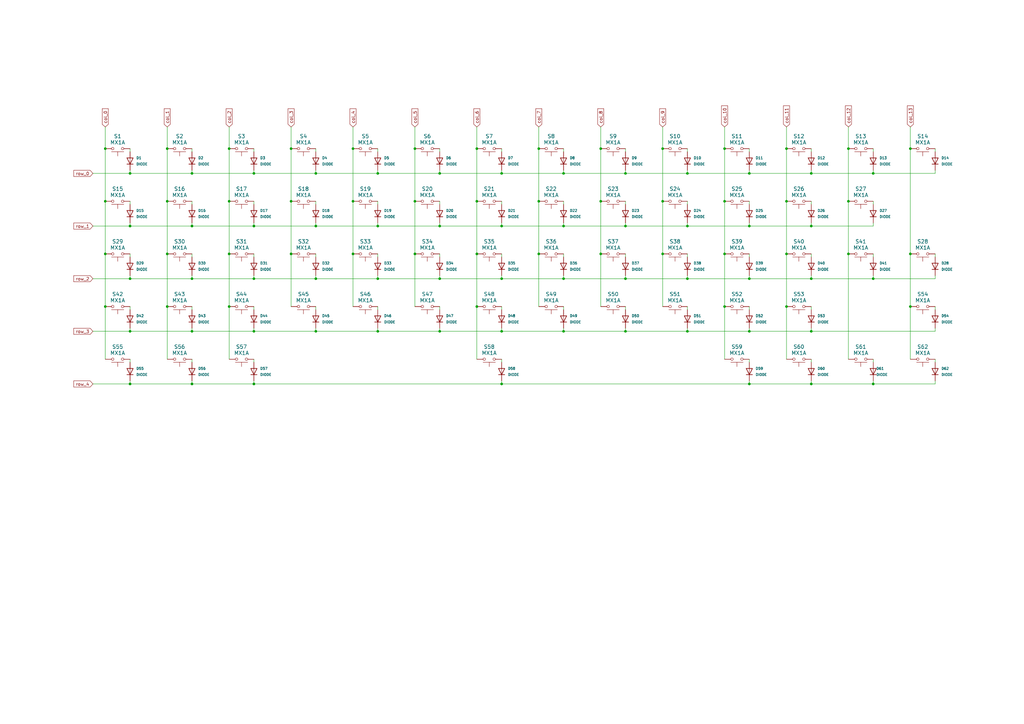
<source format=kicad_sch>
(kicad_sch (version 20231120) (generator "eeschema") (generator_version "8.0")
  (paper "A3")
  (junction (at 78.74 114.3))
  (junction (at 195.58 82.55))
  (junction (at 53.34 71.12))
  (junction (at 297.18 125.73))
  (junction (at 129.54 92.71))
  (junction (at 180.34 135.89))
  (junction (at 307.34 157.48))
  (junction (at 144.78 60.96))
  (junction (at 144.78 104.14))
  (junction (at 154.94 135.89))
  (junction (at 322.58 104.14))
  (junction (at 347.98 82.55))
  (junction (at 104.14 92.71))
  (junction (at 68.58 60.96))
  (junction (at 144.78 82.55))
  (junction (at 220.98 82.55))
  (junction (at 119.38 60.96))
  (junction (at 231.14 135.89))
  (junction (at 93.98 125.73))
  (junction (at 93.98 104.14))
  (junction (at 205.74 135.89))
  (junction (at 180.34 114.3))
  (junction (at 256.54 114.3))
  (junction (at 297.18 60.96))
  (junction (at 297.18 82.55))
  (junction (at 246.38 104.14))
  (junction (at 154.94 92.71))
  (junction (at 271.78 104.14))
  (junction (at 43.18 125.73))
  (junction (at 170.18 104.14))
  (junction (at 154.94 114.3))
  (junction (at 256.54 92.71))
  (junction (at 271.78 60.96))
  (junction (at 68.58 82.55))
  (junction (at 246.38 82.55))
  (junction (at 129.54 114.3))
  (junction (at 53.34 92.71))
  (junction (at 347.98 104.14))
  (junction (at 180.34 71.12))
  (junction (at 93.98 82.55))
  (junction (at 332.74 92.71))
  (junction (at 231.14 71.12))
  (junction (at 322.58 60.96))
  (junction (at 43.18 60.96))
  (junction (at 231.14 92.71))
  (junction (at 332.74 157.48))
  (junction (at 43.18 104.14))
  (junction (at 256.54 71.12))
  (junction (at 104.14 71.12))
  (junction (at 332.74 71.12))
  (junction (at 246.38 60.96))
  (junction (at 78.74 92.71))
  (junction (at 322.58 125.73))
  (junction (at 43.18 82.55))
  (junction (at 53.34 114.3))
  (junction (at 358.14 114.3))
  (junction (at 195.58 60.96))
  (junction (at 205.74 157.48))
  (junction (at 220.98 104.14))
  (junction (at 347.98 60.96))
  (junction (at 68.58 125.73))
  (junction (at 231.14 114.3))
  (junction (at 78.74 135.89))
  (junction (at 205.74 71.12))
  (junction (at 358.14 71.12))
  (junction (at 119.38 104.14))
  (junction (at 322.58 82.55))
  (junction (at 220.98 60.96))
  (junction (at 373.38 125.73))
  (junction (at 332.74 114.3))
  (junction (at 129.54 135.89))
  (junction (at 307.34 114.3))
  (junction (at 195.58 125.73))
  (junction (at 205.74 92.71))
  (junction (at 78.74 157.48))
  (junction (at 154.94 71.12))
  (junction (at 307.34 135.89))
  (junction (at 170.18 60.96))
  (junction (at 281.94 114.3))
  (junction (at 281.94 71.12))
  (junction (at 104.14 135.89))
  (junction (at 332.74 135.89))
  (junction (at 53.34 157.48))
  (junction (at 104.14 157.48))
  (junction (at 170.18 82.55))
  (junction (at 358.14 157.48))
  (junction (at 104.14 114.3))
  (junction (at 195.58 104.14))
  (junction (at 129.54 71.12))
  (junction (at 271.78 82.55))
  (junction (at 68.58 104.14))
  (junction (at 373.38 104.14))
  (junction (at 281.94 135.89))
  (junction (at 180.34 92.71))
  (junction (at 205.74 114.3))
  (junction (at 93.98 60.96))
  (junction (at 281.94 92.71))
  (junction (at 373.38 60.96))
  (junction (at 297.18 104.14))
  (junction (at 307.34 71.12))
  (junction (at 256.54 135.89))
  (junction (at 119.38 82.55))
  (junction (at 78.74 71.12))
  (junction (at 53.34 135.89))
  (junction (at 307.34 92.71))
  (wire (pts (xy 53.34 114.3) (xy 78.74 114.3)))
  (wire (pts (xy 332.74 82.55) (xy 332.74 83.82)))
  (wire (pts (xy 307.34 82.55) (xy 307.34 83.82)))
  (wire (pts (xy 205.74 92.71) (xy 231.14 92.71)))
  (wire (pts (xy 358.14 104.14) (xy 358.14 105.41)))
  (wire (pts (xy 180.34 114.3) (xy 205.74 114.3)))
  (wire (pts (xy 307.34 135.89) (xy 332.74 135.89)))
  (wire (pts (xy 307.34 113.03) (xy 307.34 114.3)))
  (wire (pts (xy 307.34 91.44) (xy 307.34 92.71)))
  (wire (pts (xy 129.54 134.62) (xy 129.54 135.89)))
  (wire (pts (xy 281.94 113.03) (xy 281.94 114.3)))
  (wire (pts (xy 383.54 156.21) (xy 383.54 157.48)))
  (wire (pts (xy 104.14 69.85) (xy 104.14 71.12)))
  (wire (pts (xy 307.34 71.12) (xy 332.74 71.12)))
  (wire (pts (xy 78.74 114.3) (xy 104.14 114.3)))
  (wire (pts (xy 104.14 147.32) (xy 104.14 148.59)))
  (wire (pts (xy 104.14 91.44) (xy 104.14 92.71)))
  (wire (pts (xy 307.34 156.21) (xy 307.34 157.48)))
  (wire (pts (xy 78.74 71.12) (xy 104.14 71.12)))
  (wire (pts (xy 332.74 113.03) (xy 332.74 114.3)))
  (wire (pts (xy 68.58 52.07) (xy 68.58 60.96)))
  (wire (pts (xy 104.14 135.89) (xy 129.54 135.89)))
  (wire (pts (xy 144.78 52.07) (xy 144.78 60.96)))
  (wire (pts (xy 78.74 156.21) (xy 78.74 157.48)))
  (wire (pts (xy 180.34 104.14) (xy 180.34 105.41)))
  (wire (pts (xy 297.18 125.73) (xy 297.18 147.32)))
  (wire (pts (xy 307.34 147.32) (xy 307.34 148.59)))
  (wire (pts (xy 154.94 69.85) (xy 154.94 71.12)))
  (wire (pts (xy 129.54 69.85) (xy 129.54 71.12)))
  (wire (pts (xy 256.54 113.03) (xy 256.54 114.3)))
  (wire (pts (xy 231.14 134.62) (xy 231.14 135.89)))
  (wire (pts (xy 297.18 82.55) (xy 297.18 104.14)))
  (wire (pts (xy 281.94 135.89) (xy 307.34 135.89)))
  (wire (pts (xy 53.34 135.89) (xy 78.74 135.89)))
  (wire (pts (xy 246.38 60.96) (xy 246.38 82.55)))
  (wire (pts (xy 332.74 91.44) (xy 332.74 92.71)))
  (wire (pts (xy 53.34 156.21) (xy 53.34 157.48)))
  (wire (pts (xy 358.14 157.48) (xy 383.54 157.48)))
  (wire (pts (xy 104.14 92.71) (xy 129.54 92.71)))
  (wire (pts (xy 307.34 114.3) (xy 332.74 114.3)))
  (wire (pts (xy 119.38 82.55) (xy 119.38 104.14)))
  (wire (pts (xy 104.14 104.14) (xy 104.14 105.41)))
  (wire (pts (xy 373.38 104.14) (xy 373.38 125.73)))
  (wire (pts (xy 271.78 52.07) (xy 271.78 60.96)))
  (wire (pts (xy 332.74 156.21) (xy 332.74 157.48)))
  (wire (pts (xy 383.54 60.96) (xy 383.54 62.23)))
  (wire (pts (xy 205.74 60.96) (xy 205.74 62.23)))
  (wire (pts (xy 256.54 60.96) (xy 256.54 62.23)))
  (wire (pts (xy 358.14 71.12) (xy 383.54 71.12)))
  (wire (pts (xy 281.94 60.96) (xy 281.94 62.23)))
  (wire (pts (xy 195.58 104.14) (xy 195.58 125.73)))
  (wire (pts (xy 205.74 82.55) (xy 205.74 83.82)))
  (wire (pts (xy 231.14 104.14) (xy 231.14 105.41)))
  (wire (pts (xy 220.98 82.55) (xy 220.98 104.14)))
  (wire (pts (xy 281.94 69.85) (xy 281.94 71.12)))
  (wire (pts (xy 307.34 92.71) (xy 332.74 92.71)))
  (wire (pts (xy 281.94 71.12) (xy 307.34 71.12)))
  (wire (pts (xy 180.34 92.71) (xy 205.74 92.71)))
  (wire (pts (xy 220.98 104.14) (xy 220.98 125.73)))
  (wire (pts (xy 93.98 60.96) (xy 93.98 82.55)))
  (wire (pts (xy 332.74 125.73) (xy 332.74 127)))
  (wire (pts (xy 78.74 147.32) (xy 78.74 148.59)))
  (wire (pts (xy 68.58 60.96) (xy 68.58 82.55)))
  (wire (pts (xy 104.14 113.03) (xy 104.14 114.3)))
  (wire (pts (xy 53.34 134.62) (xy 53.34 135.89)))
  (wire (pts (xy 53.34 125.73) (xy 53.34 127)))
  (wire (pts (xy 38.1 92.71) (xy 53.34 92.71)))
  (wire (pts (xy 154.94 134.62) (xy 154.94 135.89)))
  (wire (pts (xy 271.78 60.96) (xy 271.78 82.55)))
  (wire (pts (xy 383.54 113.03) (xy 383.54 114.3)))
  (wire (pts (xy 170.18 60.96) (xy 170.18 82.55)))
  (wire (pts (xy 332.74 157.48) (xy 358.14 157.48)))
  (wire (pts (xy 53.34 157.48) (xy 78.74 157.48)))
  (wire (pts (xy 78.74 125.73) (xy 78.74 127)))
  (wire (pts (xy 78.74 135.89) (xy 104.14 135.89)))
  (wire (pts (xy 297.18 52.07) (xy 297.18 60.96)))
  (wire (pts (xy 154.94 104.14) (xy 154.94 105.41)))
  (wire (pts (xy 231.14 135.89) (xy 256.54 135.89)))
  (wire (pts (xy 383.54 104.14) (xy 383.54 105.41)))
  (wire (pts (xy 256.54 82.55) (xy 256.54 83.82)))
  (wire (pts (xy 246.38 104.14) (xy 246.38 125.73)))
  (wire (pts (xy 332.74 147.32) (xy 332.74 148.59)))
  (wire (pts (xy 205.74 91.44) (xy 205.74 92.71)))
  (wire (pts (xy 154.94 114.3) (xy 180.34 114.3)))
  (wire (pts (xy 256.54 135.89) (xy 281.94 135.89)))
  (wire (pts (xy 154.94 71.12) (xy 180.34 71.12)))
  (wire (pts (xy 231.14 114.3) (xy 256.54 114.3)))
  (wire (pts (xy 104.14 125.73) (xy 104.14 127)))
  (wire (pts (xy 205.74 69.85) (xy 205.74 71.12)))
  (wire (pts (xy 205.74 113.03) (xy 205.74 114.3)))
  (wire (pts (xy 129.54 114.3) (xy 154.94 114.3)))
  (wire (pts (xy 256.54 92.71) (xy 281.94 92.71)))
  (wire (pts (xy 322.58 52.07) (xy 322.58 60.96)))
  (wire (pts (xy 307.34 69.85) (xy 307.34 71.12)))
  (wire (pts (xy 205.74 147.32) (xy 205.74 148.59)))
  (wire (pts (xy 256.54 71.12) (xy 281.94 71.12)))
  (wire (pts (xy 383.54 125.73) (xy 383.54 127)))
  (wire (pts (xy 220.98 52.07) (xy 220.98 60.96)))
  (wire (pts (xy 180.34 69.85) (xy 180.34 71.12)))
  (wire (pts (xy 93.98 104.14) (xy 93.98 125.73)))
  (wire (pts (xy 347.98 52.07) (xy 347.98 60.96)))
  (wire (pts (xy 358.14 69.85) (xy 358.14 71.12)))
  (wire (pts (xy 38.1 114.3) (xy 53.34 114.3)))
  (wire (pts (xy 358.14 82.55) (xy 358.14 83.82)))
  (wire (pts (xy 129.54 113.03) (xy 129.54 114.3)))
  (wire (pts (xy 195.58 82.55) (xy 195.58 104.14)))
  (wire (pts (xy 231.14 82.55) (xy 231.14 83.82)))
  (wire (pts (xy 322.58 60.96) (xy 322.58 82.55)))
  (wire (pts (xy 154.94 91.44) (xy 154.94 92.71)))
  (wire (pts (xy 154.94 125.73) (xy 154.94 127)))
  (wire (pts (xy 358.14 147.32) (xy 358.14 148.59)))
  (wire (pts (xy 93.98 125.73) (xy 93.98 147.32)))
  (wire (pts (xy 119.38 104.14) (xy 119.38 125.73)))
  (wire (pts (xy 129.54 125.73) (xy 129.54 127)))
  (wire (pts (xy 53.34 69.85) (xy 53.34 71.12)))
  (wire (pts (xy 129.54 60.96) (xy 129.54 62.23)))
  (wire (pts (xy 68.58 104.14) (xy 68.58 125.73)))
  (wire (pts (xy 358.14 114.3) (xy 383.54 114.3)))
  (wire (pts (xy 281.94 114.3) (xy 307.34 114.3)))
  (wire (pts (xy 78.74 91.44) (xy 78.74 92.71)))
  (wire (pts (xy 154.94 60.96) (xy 154.94 62.23)))
  (wire (pts (xy 38.1 157.48) (xy 53.34 157.48)))
  (wire (pts (xy 195.58 125.73) (xy 195.58 147.32)))
  (wire (pts (xy 53.34 104.14) (xy 53.34 105.41)))
  (wire (pts (xy 93.98 52.07) (xy 93.98 60.96)))
  (wire (pts (xy 347.98 82.55) (xy 347.98 104.14)))
  (wire (pts (xy 170.18 52.07) (xy 170.18 60.96)))
  (wire (pts (xy 43.18 82.55) (xy 43.18 104.14)))
  (wire (pts (xy 43.18 104.14) (xy 43.18 125.73)))
  (wire (pts (xy 205.74 125.73) (xy 205.74 127)))
  (wire (pts (xy 144.78 60.96) (xy 144.78 82.55)))
  (wire (pts (xy 205.74 135.89) (xy 231.14 135.89)))
  (wire (pts (xy 43.18 125.73) (xy 43.18 147.32)))
  (wire (pts (xy 231.14 113.03) (xy 231.14 114.3)))
  (wire (pts (xy 307.34 125.73) (xy 307.34 127)))
  (wire (pts (xy 256.54 104.14) (xy 256.54 105.41)))
  (wire (pts (xy 231.14 91.44) (xy 231.14 92.71)))
  (wire (pts (xy 170.18 104.14) (xy 170.18 125.73)))
  (wire (pts (xy 271.78 104.14) (xy 271.78 125.73)))
  (wire (pts (xy 195.58 52.07) (xy 195.58 60.96)))
  (wire (pts (xy 332.74 92.71) (xy 358.14 92.71)))
  (wire (pts (xy 297.18 104.14) (xy 297.18 125.73)))
  (wire (pts (xy 180.34 91.44) (xy 180.34 92.71)))
  (wire (pts (xy 347.98 104.14) (xy 347.98 147.32)))
  (wire (pts (xy 129.54 135.89) (xy 154.94 135.89)))
  (wire (pts (xy 144.78 104.14) (xy 144.78 125.73)))
  (wire (pts (xy 78.74 104.14) (xy 78.74 105.41)))
  (wire (pts (xy 205.74 114.3) (xy 231.14 114.3)))
  (wire (pts (xy 332.74 60.96) (xy 332.74 62.23)))
  (wire (pts (xy 180.34 60.96) (xy 180.34 62.23)))
  (wire (pts (xy 383.54 69.85) (xy 383.54 71.12)))
  (wire (pts (xy 205.74 156.21) (xy 205.74 157.48)))
  (wire (pts (xy 281.94 134.62) (xy 281.94 135.89)))
  (wire (pts (xy 68.58 82.55) (xy 68.58 104.14)))
  (wire (pts (xy 53.34 71.12) (xy 78.74 71.12)))
  (wire (pts (xy 332.74 104.14) (xy 332.74 105.41)))
  (wire (pts (xy 180.34 125.73) (xy 180.34 127)))
  (wire (pts (xy 129.54 82.55) (xy 129.54 83.82)))
  (wire (pts (xy 322.58 82.55) (xy 322.58 104.14)))
  (wire (pts (xy 78.74 60.96) (xy 78.74 62.23)))
  (wire (pts (xy 154.94 113.03) (xy 154.94 114.3)))
  (wire (pts (xy 53.34 147.32) (xy 53.34 148.59)))
  (wire (pts (xy 205.74 104.14) (xy 205.74 105.41)))
  (wire (pts (xy 231.14 92.71) (xy 256.54 92.71)))
  (wire (pts (xy 332.74 134.62) (xy 332.74 135.89)))
  (wire (pts (xy 180.34 71.12) (xy 205.74 71.12)))
  (wire (pts (xy 373.38 52.07) (xy 373.38 60.96)))
  (wire (pts (xy 246.38 52.07) (xy 246.38 60.96)))
  (wire (pts (xy 78.74 134.62) (xy 78.74 135.89)))
  (wire (pts (xy 373.38 125.73) (xy 373.38 147.32)))
  (wire (pts (xy 53.34 113.03) (xy 53.34 114.3)))
  (wire (pts (xy 358.14 156.21) (xy 358.14 157.48)))
  (wire (pts (xy 231.14 69.85) (xy 231.14 71.12)))
  (wire (pts (xy 104.14 156.21) (xy 104.14 157.48)))
  (wire (pts (xy 358.14 60.96) (xy 358.14 62.23)))
  (wire (pts (xy 307.34 104.14) (xy 307.34 105.41)))
  (wire (pts (xy 231.14 125.73) (xy 231.14 127)))
  (wire (pts (xy 281.94 92.71) (xy 307.34 92.71)))
  (wire (pts (xy 119.38 60.96) (xy 119.38 82.55)))
  (wire (pts (xy 68.58 125.73) (xy 68.58 147.32)))
  (wire (pts (xy 373.38 60.96) (xy 373.38 104.14)))
  (wire (pts (xy 78.74 82.55) (xy 78.74 83.82)))
  (wire (pts (xy 358.14 113.03) (xy 358.14 114.3)))
  (wire (pts (xy 104.14 134.62) (xy 104.14 135.89)))
  (wire (pts (xy 332.74 69.85) (xy 332.74 71.12)))
  (wire (pts (xy 129.54 104.14) (xy 129.54 105.41)))
  (wire (pts (xy 53.34 92.71) (xy 78.74 92.71)))
  (wire (pts (xy 307.34 157.48) (xy 332.74 157.48)))
  (wire (pts (xy 231.14 60.96) (xy 231.14 62.23)))
  (wire (pts (xy 129.54 92.71) (xy 154.94 92.71)))
  (wire (pts (xy 180.34 135.89) (xy 205.74 135.89)))
  (wire (pts (xy 180.34 82.55) (xy 180.34 83.82)))
  (wire (pts (xy 205.74 157.48) (xy 307.34 157.48)))
  (wire (pts (xy 281.94 91.44) (xy 281.94 92.71)))
  (wire (pts (xy 104.14 60.96) (xy 104.14 62.23)))
  (wire (pts (xy 256.54 125.73) (xy 256.54 127)))
  (wire (pts (xy 53.34 91.44) (xy 53.34 92.71)))
  (wire (pts (xy 231.14 71.12) (xy 256.54 71.12)))
  (wire (pts (xy 332.74 114.3) (xy 358.14 114.3)))
  (wire (pts (xy 358.14 91.44) (xy 358.14 92.71)))
  (wire (pts (xy 281.94 125.73) (xy 281.94 127)))
  (wire (pts (xy 154.94 92.71) (xy 180.34 92.71)))
  (wire (pts (xy 205.74 134.62) (xy 205.74 135.89)))
  (wire (pts (xy 170.18 82.55) (xy 170.18 104.14)))
  (wire (pts (xy 307.34 60.96) (xy 307.34 62.23)))
  (wire (pts (xy 297.18 60.96) (xy 297.18 82.55)))
  (wire (pts (xy 78.74 113.03) (xy 78.74 114.3)))
  (wire (pts (xy 104.14 82.55) (xy 104.14 83.82)))
  (wire (pts (xy 246.38 82.55) (xy 246.38 104.14)))
  (wire (pts (xy 256.54 69.85) (xy 256.54 71.12)))
  (wire (pts (xy 383.54 147.32) (xy 383.54 148.59)))
  (wire (pts (xy 383.54 134.62) (xy 383.54 135.89)))
  (wire (pts (xy 281.94 82.55) (xy 281.94 83.82)))
  (wire (pts (xy 119.38 52.07) (xy 119.38 60.96)))
  (wire (pts (xy 195.58 60.96) (xy 195.58 82.55)))
  (wire (pts (xy 220.98 60.96) (xy 220.98 82.55)))
  (wire (pts (xy 256.54 91.44) (xy 256.54 92.71)))
  (wire (pts (xy 281.94 104.14) (xy 281.94 105.41)))
  (wire (pts (xy 347.98 60.96) (xy 347.98 82.55)))
  (wire (pts (xy 256.54 134.62) (xy 256.54 135.89)))
  (wire (pts (xy 332.74 71.12) (xy 358.14 71.12)))
  (wire (pts (xy 78.74 69.85) (xy 78.74 71.12)))
  (wire (pts (xy 180.34 134.62) (xy 180.34 135.89)))
  (wire (pts (xy 129.54 91.44) (xy 129.54 92.71)))
  (wire (pts (xy 53.34 82.55) (xy 53.34 83.82)))
  (wire (pts (xy 104.14 157.48) (xy 205.74 157.48)))
  (wire (pts (xy 78.74 92.71) (xy 104.14 92.71)))
  (wire (pts (xy 322.58 125.73) (xy 322.58 147.32)))
  (wire (pts (xy 307.34 134.62) (xy 307.34 135.89)))
  (wire (pts (xy 205.74 71.12) (xy 231.14 71.12)))
  (wire (pts (xy 93.98 82.55) (xy 93.98 104.14)))
  (wire (pts (xy 180.34 113.03) (xy 180.34 114.3)))
  (wire (pts (xy 154.94 135.89) (xy 180.34 135.89)))
  (wire (pts (xy 43.18 60.96) (xy 43.18 82.55)))
  (wire (pts (xy 322.58 104.14) (xy 322.58 125.73)))
  (wire (pts (xy 38.1 71.12) (xy 53.34 71.12)))
  (wire (pts (xy 271.78 82.55) (xy 271.78 104.14)))
  (wire (pts (xy 256.54 114.3) (xy 281.94 114.3)))
  (wire (pts (xy 129.54 71.12) (xy 154.94 71.12)))
  (wire (pts (xy 144.78 82.55) (xy 144.78 104.14)))
  (wire (pts (xy 104.14 114.3) (xy 129.54 114.3)))
  (wire (pts (xy 104.14 71.12) (xy 129.54 71.12)))
  (wire (pts (xy 53.34 60.96) (xy 53.34 62.23)))
  (wire (pts (xy 38.1 135.89) (xy 53.34 135.89)))
  (wire (pts (xy 43.18 52.07) (xy 43.18 60.96)))
  (wire (pts (xy 154.94 82.55) (xy 154.94 83.82)))
  (wire (pts (xy 332.74 135.89) (xy 383.54 135.89)))
  (wire (pts (xy 78.74 157.48) (xy 104.14 157.48)))
  (global_label "row_0" (shape input) (at 38.1 71.12 180) (property "Intersheetrefs" "${INTERSHEET_REFS}" (effects (hide yes))))
  (global_label "col_4" (shape input) (at 144.78 52.07 90) (property "Intersheetrefs" "${INTERSHEET_REFS}" (effects (hide yes))))
  (global_label "col_5" (shape input) (at 170.18 52.07 90) (property "Intersheetrefs" "${INTERSHEET_REFS}" (effects (hide yes))))
  (global_label "col_0" (shape input) (at 43.18 52.07 90) (property "Intersheetrefs" "${INTERSHEET_REFS}" (effects (hide yes))))
  (global_label "col_1" (shape input) (at 68.58 52.07 90) (property "Intersheetrefs" "${INTERSHEET_REFS}" (effects (hide yes))))
  (global_label "col_11" (shape input) (at 322.58 52.07 90) (property "Intersheetrefs" "${INTERSHEET_REFS}" (effects (hide yes))))
  (global_label "row_2" (shape input) (at 38.1 114.3 180) (property "Intersheetrefs" "${INTERSHEET_REFS}" (effects (hide yes))))
  (global_label "col_2" (shape input) (at 93.98 52.07 90) (property "Intersheetrefs" "${INTERSHEET_REFS}" (effects (hide yes))))
  (global_label "col_10" (shape input) (at 297.18 52.07 90) (property "Intersheetrefs" "${INTERSHEET_REFS}" (effects (hide yes))))
  (global_label "col_13" (shape input) (at 373.38 52.07 90) (property "Intersheetrefs" "${INTERSHEET_REFS}" (effects (hide yes))))
  (global_label "col_3" (shape input) (at 119.38 52.07 90) (property "Intersheetrefs" "${INTERSHEET_REFS}" (effects (hide yes))))
  (global_label "col_6" (shape input) (at 195.58 52.07 90) (property "Intersheetrefs" "${INTERSHEET_REFS}" (effects (hide yes))))
  (global_label "col_9" (shape input) (at 271.78 52.07 90) (property "Intersheetrefs" "${INTERSHEET_REFS}" (effects (hide yes))))
  (global_label "col_12" (shape input) (at 347.98 52.07 90) (property "Intersheetrefs" "${INTERSHEET_REFS}" (effects (hide yes))))
  (global_label "row_1" (shape input) (at 38.1 92.71 180) (property "Intersheetrefs" "${INTERSHEET_REFS}" (effects (hide yes))))
  (global_label "row_4" (shape input) (at 38.1 157.48 180) (property "Intersheetrefs" "${INTERSHEET_REFS}" (effects (hide yes))))
  (global_label "col_8" (shape input) (at 246.38 52.07 90) (property "Intersheetrefs" "${INTERSHEET_REFS}" (effects (hide yes))))
  (global_label "col_7" (shape input) (at 220.98 52.07 90) (property "Intersheetrefs" "${INTERSHEET_REFS}" (effects (hide yes))))
  (global_label "row_3" (shape input) (at 38.1 135.89 180) (property "Intersheetrefs" "${INTERSHEET_REFS}" (effects (hide yes))))
  (symbol (lib_id "Device:D") (at 154.94 109.22 90) (unit 1)
    (property "Reference" "D33" (at 157.48 107.9499 90) (effects (font (size 1.016 1.016)) (justify right)))
    (property "Value" "DIODE" (at 157.48 110.4899 90) (effects (font (size 1.016 1.016)) (justify right)))
    (property "Footprint" "Diode_SMD:D_SOD-323" (effects (hide yes)))
    (property "Description" "Diode" (effects (hide yes)))
    (property "Sim.Device" "D" (effects (hide yes)))
    (property "Sim.Pins" "1=K 2=A" (effects (hide yes)))
  )
  (symbol (lib_id "Device:D") (at 256.54 66.04 90) (unit 1)
    (property "Reference" "D9" (at 259.08 64.7699 90) (effects (font (size 1.016 1.016)) (justify right)))
    (property "Value" "DIODE" (at 259.08 67.3099 90) (effects (font (size 1.016 1.016)) (justify right)))
    (property "Footprint" "Diode_SMD:D_SOD-323" (effects (hide yes)))
    (property "Description" "Diode" (effects (hide yes)))
    (property "Sim.Device" "D" (effects (hide yes)))
    (property "Sim.Pins" "1=K 2=A" (effects (hide yes)))
  )
  (symbol (lib_id "Device:D") (at 383.54 152.4 90) (unit 1)
    (property "Reference" "D62" (at 386.08 151.1299 90) (effects (font (size 1.016 1.016)) (justify right)))
    (property "Value" "DIODE" (at 386.08 153.6699 90) (effects (font (size 1.016 1.016)) (justify right)))
    (property "Footprint" "Diode_SMD:D_SOD-323" (effects (hide yes)))
    (property "Description" "Diode" (effects (hide yes)))
    (property "Sim.Device" "D" (effects (hide yes)))
    (property "Sim.Pins" "1=K 2=A" (effects (hide yes)))
  )
  (symbol (lib_id "Device:D") (at 383.54 66.04 90) (unit 1)
    (property "Reference" "D14" (at 386.08 64.7699 90) (effects (font (size 1.016 1.016)) (justify right)))
    (property "Value" "DIODE" (at 386.08 67.3099 90) (effects (font (size 1.016 1.016)) (justify right)))
    (property "Footprint" "Diode_SMD:D_SOD-323" (effects (hide yes)))
    (property "Description" "Diode" (effects (hide yes)))
    (property "Sim.Device" "D" (effects (hide yes)))
    (property "Sim.Pins" "1=K 2=A" (effects (hide yes)))
  )
  (symbol (lib_id "Switch:SW_Push") (at 251.46 60.96 0) (mirror x) (unit 1)
    (property "Reference" "S9" (at 251.46 55.88 0) (effects (font (size 1.524 1.524))))
    (property "Value" "MX1A" (at 251.46 58.42 0) (effects (font (size 1.524 1.524))))
    (property "Footprint" "PCM_Switch_Keyboard_Hotswap_Kailh:SW_Hotswap_Kailh_MX_Plated_1.00u" (effects (hide yes)))
    (property "Description" "Push button switch, generic, two pins" (effects (hide yes)))
  )
  (symbol (lib_id "Switch:SW_Push") (at 149.86 125.73 0) (mirror x) (unit 1)
    (property "Reference" "S46" (at 149.86 120.65 0) (effects (font (size 1.524 1.524))))
    (property "Value" "MX1A" (at 149.86 123.19 0) (effects (font (size 1.524 1.524))))
    (property "Footprint" "PCM_Switch_Keyboard_Hotswap_Kailh:SW_Hotswap_Kailh_MX_Plated_1.00u" (effects (hide yes)))
    (property "Description" "Push button switch, generic, two pins" (effects (hide yes)))
  )
  (symbol (lib_id "Device:D") (at 78.74 152.4 90) (unit 1)
    (property "Reference" "D56" (at 81.28 151.1299 90) (effects (font (size 1.016 1.016)) (justify right)))
    (property "Value" "DIODE" (at 81.28 153.6699 90) (effects (font (size 1.016 1.016)) (justify right)))
    (property "Footprint" "Diode_SMD:D_SOD-323" (effects (hide yes)))
    (property "Description" "Diode" (effects (hide yes)))
    (property "Sim.Device" "D" (effects (hide yes)))
    (property "Sim.Pins" "1=K 2=A" (effects (hide yes)))
  )
  (symbol (lib_id "Switch:SW_Push") (at 378.46 60.96 0) (mirror x) (unit 1)
    (property "Reference" "S14" (at 378.46 55.88 0) (effects (font (size 1.524 1.524))))
    (property "Value" "MX1A" (at 378.46 58.42 0) (effects (font (size 1.524 1.524))))
    (property "Footprint" "PCM_Switch_Keyboard_Hotswap_Kailh:SW_Hotswap_Kailh_MX_Plated_2.00u" (effects (hide yes)))
    (property "Description" "Push button switch, generic, two pins" (effects (hide yes)))
  )
  (symbol (lib_id "Switch:SW_Push") (at 73.66 60.96 0) (mirror x) (unit 1)
    (property "Reference" "S2" (at 73.66 55.88 0) (effects (font (size 1.524 1.524))))
    (property "Value" "MX1A" (at 73.66 58.42 0) (effects (font (size 1.524 1.524))))
    (property "Footprint" "PCM_Switch_Keyboard_Hotswap_Kailh:SW_Hotswap_Kailh_MX_Plated_1.00u" (effects (hide yes)))
    (property "Description" "Push button switch, generic, two pins" (effects (hide yes)))
  )
  (symbol (lib_id "Device:D") (at 78.74 130.81 90) (unit 1)
    (property "Reference" "D43" (at 81.28 129.5399 90) (effects (font (size 1.016 1.016)) (justify right)))
    (property "Value" "DIODE" (at 81.28 132.0799 90) (effects (font (size 1.016 1.016)) (justify right)))
    (property "Footprint" "Diode_SMD:D_SOD-323" (effects (hide yes)))
    (property "Description" "Diode" (effects (hide yes)))
    (property "Sim.Device" "D" (effects (hide yes)))
    (property "Sim.Pins" "1=K 2=A" (effects (hide yes)))
  )
  (symbol (lib_id "Switch:SW_Push") (at 200.66 60.96 0) (mirror x) (unit 1)
    (property "Reference" "S7" (at 200.66 55.88 0) (effects (font (size 1.524 1.524))))
    (property "Value" "MX1A" (at 200.66 58.42 0) (effects (font (size 1.524 1.524))))
    (property "Footprint" "PCM_Switch_Keyboard_Hotswap_Kailh:SW_Hotswap_Kailh_MX_Plated_1.00u" (effects (hide yes)))
    (property "Description" "Push button switch, generic, two pins" (effects (hide yes)))
  )
  (symbol (lib_id "Device:D") (at 53.34 130.81 90) (unit 1)
    (property "Reference" "D42" (at 55.88 129.5399 90) (effects (font (size 1.016 1.016)) (justify right)))
    (property "Value" "DIODE" (at 55.88 132.0799 90) (effects (font (size 1.016 1.016)) (justify right)))
    (property "Footprint" "Diode_SMD:D_SOD-323" (effects (hide yes)))
    (property "Description" "Diode" (effects (hide yes)))
    (property "Sim.Device" "D" (effects (hide yes)))
    (property "Sim.Pins" "1=K 2=A" (effects (hide yes)))
  )
  (symbol (lib_id "Switch:SW_Push") (at 73.66 82.55 0) (mirror x) (unit 1)
    (property "Reference" "S16" (at 73.66 77.47 0) (effects (font (size 1.524 1.524))))
    (property "Value" "MX1A" (at 73.66 80.01 0) (effects (font (size 1.524 1.524))))
    (property "Footprint" "PCM_Switch_Keyboard_Hotswap_Kailh:SW_Hotswap_Kailh_MX_Plated_1.00u" (effects (hide yes)))
    (property "Description" "Push button switch, generic, two pins" (effects (hide yes)))
  )
  (symbol (lib_id "Switch:SW_Push") (at 99.06 125.73 0) (mirror x) (unit 1)
    (property "Reference" "S44" (at 99.06 120.65 0) (effects (font (size 1.524 1.524))))
    (property "Value" "MX1A" (at 99.06 123.19 0) (effects (font (size 1.524 1.524))))
    (property "Footprint" "PCM_Switch_Keyboard_Hotswap_Kailh:SW_Hotswap_Kailh_MX_Plated_1.00u" (effects (hide yes)))
    (property "Description" "Push button switch, generic, two pins" (effects (hide yes)))
  )
  (symbol (lib_id "Device:D") (at 332.74 152.4 90) (unit 1)
    (property "Reference" "D60" (at 335.28 151.1299 90) (effects (font (size 1.016 1.016)) (justify right)))
    (property "Value" "DIODE" (at 335.28 153.6699 90) (effects (font (size 1.016 1.016)) (justify right)))
    (property "Footprint" "Diode_SMD:D_SOD-323" (effects (hide yes)))
    (property "Description" "Diode" (effects (hide yes)))
    (property "Sim.Device" "D" (effects (hide yes)))
    (property "Sim.Pins" "1=K 2=A" (effects (hide yes)))
  )
  (symbol (lib_id "Device:D") (at 205.74 152.4 90) (unit 1)
    (property "Reference" "D58" (at 208.28 151.1299 90) (effects (font (size 1.016 1.016)) (justify right)))
    (property "Value" "DIODE" (at 208.28 153.6699 90) (effects (font (size 1.016 1.016)) (justify right)))
    (property "Footprint" "Diode_SMD:D_SOD-323" (effects (hide yes)))
    (property "Description" "Diode" (effects (hide yes)))
    (property "Sim.Device" "D" (effects (hide yes)))
    (property "Sim.Pins" "1=K 2=A" (effects (hide yes)))
  )
  (symbol (lib_id "Switch:SW_Push") (at 327.66 104.14 0) (mirror x) (unit 1)
    (property "Reference" "S40" (at 327.66 99.06 0) (effects (font (size 1.524 1.524))))
    (property "Value" "MX1A" (at 327.66 101.6 0) (effects (font (size 1.524 1.524))))
    (property "Footprint" "PCM_Switch_Keyboard_Hotswap_Kailh:SW_Hotswap_Kailh_MX_Plated_1.00u" (effects (hide yes)))
    (property "Description" "Push button switch, generic, two pins" (effects (hide yes)))
  )
  (symbol (lib_id "Device:D") (at 281.94 130.81 90) (unit 1)
    (property "Reference" "D51" (at 284.48 129.5399 90) (effects (font (size 1.016 1.016)) (justify right)))
    (property "Value" "DIODE" (at 284.48 132.0799 90) (effects (font (size 1.016 1.016)) (justify right)))
    (property "Footprint" "Diode_SMD:D_SOD-323" (effects (hide yes)))
    (property "Description" "Diode" (effects (hide yes)))
    (property "Sim.Device" "D" (effects (hide yes)))
    (property "Sim.Pins" "1=K 2=A" (effects (hide yes)))
  )
  (symbol (lib_id "Device:D") (at 205.74 109.22 90) (unit 1)
    (property "Reference" "D35" (at 208.28 107.9499 90) (effects (font (size 1.016 1.016)) (justify right)))
    (property "Value" "DIODE" (at 208.28 110.4899 90) (effects (font (size 1.016 1.016)) (justify right)))
    (property "Footprint" "Diode_SMD:D_SOD-323" (effects (hide yes)))
    (property "Description" "Diode" (effects (hide yes)))
    (property "Sim.Device" "D" (effects (hide yes)))
    (property "Sim.Pins" "1=K 2=A" (effects (hide yes)))
  )
  (symbol (lib_id "Device:D") (at 104.14 130.81 90) (unit 1)
    (property "Reference" "D44" (at 106.68 129.5399 90) (effects (font (size 1.016 1.016)) (justify right)))
    (property "Value" "DIODE" (at 106.68 132.0799 90) (effects (font (size 1.016 1.016)) (justify right)))
    (property "Footprint" "Diode_SMD:D_SOD-323" (effects (hide yes)))
    (property "Description" "Diode" (effects (hide yes)))
    (property "Sim.Device" "D" (effects (hide yes)))
    (property "Sim.Pins" "1=K 2=A" (effects (hide yes)))
  )
  (symbol (lib_id "Device:D") (at 383.54 109.22 90) (unit 1)
    (property "Reference" "D28" (at 386.08 107.9499 90) (effects (font (size 1.016 1.016)) (justify right)))
    (property "Value" "DIODE" (at 386.08 110.4899 90) (effects (font (size 1.016 1.016)) (justify right)))
    (property "Footprint" "Diode_SMD:D_SOD-323" (effects (hide yes)))
    (property "Description" "Diode" (effects (hide yes)))
    (property "Sim.Device" "D" (effects (hide yes)))
    (property "Sim.Pins" "1=K 2=A" (effects (hide yes)))
  )
  (symbol (lib_id "Device:D") (at 180.34 130.81 90) (unit 1)
    (property "Reference" "D47" (at 182.88 129.5399 90) (effects (font (size 1.016 1.016)) (justify right)))
    (property "Value" "DIODE" (at 182.88 132.0799 90) (effects (font (size 1.016 1.016)) (justify right)))
    (property "Footprint" "Diode_SMD:D_SOD-323" (effects (hide yes)))
    (property "Description" "Diode" (effects (hide yes)))
    (property "Sim.Device" "D" (effects (hide yes)))
    (property "Sim.Pins" "1=K 2=A" (effects (hide yes)))
  )
  (symbol (lib_id "Switch:SW_Push") (at 73.66 125.73 0) (mirror x) (unit 1)
    (property "Reference" "S43" (at 73.66 120.65 0) (effects (font (size 1.524 1.524))))
    (property "Value" "MX1A" (at 73.66 123.19 0) (effects (font (size 1.524 1.524))))
    (property "Footprint" "PCM_Switch_Keyboard_Hotswap_Kailh:SW_Hotswap_Kailh_MX_Plated_1.00u" (effects (hide yes)))
    (property "Description" "Push button switch, generic, two pins" (effects (hide yes)))
  )
  (symbol (lib_id "Switch:SW_Push") (at 353.06 60.96 0) (mirror x) (unit 1)
    (property "Reference" "S13" (at 353.06 55.88 0) (effects (font (size 1.524 1.524))))
    (property "Value" "MX1A" (at 353.06 58.42 0) (effects (font (size 1.524 1.524))))
    (property "Footprint" "PCM_Switch_Keyboard_Hotswap_Kailh:SW_Hotswap_Kailh_MX_Plated_1.00u" (effects (hide yes)))
    (property "Description" "Push button switch, generic, two pins" (effects (hide yes)))
  )
  (symbol (lib_id "Switch:SW_Push") (at 251.46 82.55 0) (mirror x) (unit 1)
    (property "Reference" "S23" (at 251.46 77.47 0) (effects (font (size 1.524 1.524))))
    (property "Value" "MX1A" (at 251.46 80.01 0) (effects (font (size 1.524 1.524))))
    (property "Footprint" "PCM_Switch_Keyboard_Hotswap_Kailh:SW_Hotswap_Kailh_MX_Plated_1.00u" (effects (hide yes)))
    (property "Description" "Push button switch, generic, two pins" (effects (hide yes)))
  )
  (symbol (lib_id "Device:D") (at 129.54 87.63 90) (unit 1)
    (property "Reference" "D18" (at 132.08 86.3599 90) (effects (font (size 1.016 1.016)) (justify right)))
    (property "Value" "DIODE" (at 132.08 88.8999 90) (effects (font (size 1.016 1.016)) (justify right)))
    (property "Footprint" "Diode_SMD:D_SOD-323" (effects (hide yes)))
    (property "Description" "Diode" (effects (hide yes)))
    (property "Sim.Device" "D" (effects (hide yes)))
    (property "Sim.Pins" "1=K 2=A" (effects (hide yes)))
  )
  (symbol (lib_id "Device:D") (at 104.14 66.04 90) (unit 1)
    (property "Reference" "D3" (at 106.68 64.7699 90) (effects (font (size 1.016 1.016)) (justify right)))
    (property "Value" "DIODE" (at 106.68 67.3099 90) (effects (font (size 1.016 1.016)) (justify right)))
    (property "Footprint" "Diode_SMD:D_SOD-323" (effects (hide yes)))
    (property "Description" "Diode" (effects (hide yes)))
    (property "Sim.Device" "D" (effects (hide yes)))
    (property "Sim.Pins" "1=K 2=A" (effects (hide yes)))
  )
  (symbol (lib_id "Device:D") (at 281.94 87.63 90) (unit 1)
    (property "Reference" "D24" (at 284.48 86.3599 90) (effects (font (size 1.016 1.016)) (justify right)))
    (property "Value" "DIODE" (at 284.48 88.8999 90) (effects (font (size 1.016 1.016)) (justify right)))
    (property "Footprint" "Diode_SMD:D_SOD-323" (effects (hide yes)))
    (property "Description" "Diode" (effects (hide yes)))
    (property "Sim.Device" "D" (effects (hide yes)))
    (property "Sim.Pins" "1=K 2=A" (effects (hide yes)))
  )
  (symbol (lib_id "Device:D") (at 129.54 130.81 90) (unit 1)
    (property "Reference" "D45" (at 132.08 129.5399 90) (effects (font (size 1.016 1.016)) (justify right)))
    (property "Value" "DIODE" (at 132.08 132.0799 90) (effects (font (size 1.016 1.016)) (justify right)))
    (property "Footprint" "Diode_SMD:D_SOD-323" (effects (hide yes)))
    (property "Description" "Diode" (effects (hide yes)))
    (property "Sim.Device" "D" (effects (hide yes)))
    (property "Sim.Pins" "1=K 2=A" (effects (hide yes)))
  )
  (symbol (lib_id "Device:D") (at 53.34 66.04 90) (unit 1)
    (property "Reference" "D1" (at 55.88 64.7699 90) (effects (font (size 1.016 1.016)) (justify right)))
    (property "Value" "DIODE" (at 55.88 67.3099 90) (effects (font (size 1.016 1.016)) (justify right)))
    (property "Footprint" "Diode_SMD:D_SOD-323" (effects (hide yes)))
    (property "Description" "Diode" (effects (hide yes)))
    (property "Sim.Device" "D" (effects (hide yes)))
    (property "Sim.Pins" "1=K 2=A" (effects (hide yes)))
  )
  (symbol (lib_id "Switch:SW_Push") (at 200.66 147.32 0) (mirror x) (unit 1)
    (property "Reference" "S58" (at 200.66 142.24 0) (effects (font (size 1.524 1.524))))
    (property "Value" "MX1A" (at 200.66 144.78 0) (effects (font (size 1.524 1.524))))
    (property "Footprint" "PCM_Switch_Keyboard_Hotswap_Kailh:SW_Hotswap_Kailh_MX_Plated_6.25u" (effects (hide yes)))
    (property "Description" "Push button switch, generic, two pins" (effects (hide yes)))
  )
  (symbol (lib_id "Device:D") (at 78.74 109.22 90) (unit 1)
    (property "Reference" "D30" (at 81.28 107.9499 90) (effects (font (size 1.016 1.016)) (justify right)))
    (property "Value" "DIODE" (at 81.28 110.4899 90) (effects (font (size 1.016 1.016)) (justify right)))
    (property "Footprint" "Diode_SMD:D_SOD-323" (effects (hide yes)))
    (property "Description" "Diode" (effects (hide yes)))
    (property "Sim.Device" "D" (effects (hide yes)))
    (property "Sim.Pins" "1=K 2=A" (effects (hide yes)))
  )
  (symbol (lib_id "Device:D") (at 307.34 66.04 90) (unit 1)
    (property "Reference" "D11" (at 309.88 64.7699 90) (effects (font (size 1.016 1.016)) (justify right)))
    (property "Value" "DIODE" (at 309.88 67.3099 90) (effects (font (size 1.016 1.016)) (justify right)))
    (property "Footprint" "Diode_SMD:D_SOD-323" (effects (hide yes)))
    (property "Description" "Diode" (effects (hide yes)))
    (property "Sim.Device" "D" (effects (hide yes)))
    (property "Sim.Pins" "1=K 2=A" (effects (hide yes)))
  )
  (symbol (lib_id "Device:D") (at 358.14 109.22 90) (unit 1)
    (property "Reference" "D41" (at 360.68 107.9499 90) (effects (font (size 1.016 1.016)) (justify right)))
    (property "Value" "DIODE" (at 360.68 110.4899 90) (effects (font (size 1.016 1.016)) (justify right)))
    (property "Footprint" "Diode_SMD:D_SOD-323" (effects (hide yes)))
    (property "Description" "Diode" (effects (hide yes)))
    (property "Sim.Device" "D" (effects (hide yes)))
    (property "Sim.Pins" "1=K 2=A" (effects (hide yes)))
  )
  (symbol (lib_id "Switch:SW_Push") (at 276.86 82.55 0) (mirror x) (unit 1)
    (property "Reference" "S24" (at 276.86 77.47 0) (effects (font (size 1.524 1.524))))
    (property "Value" "MX1A" (at 276.86 80.01 0) (effects (font (size 1.524 1.524))))
    (property "Footprint" "PCM_Switch_Keyboard_Hotswap_Kailh:SW_Hotswap_Kailh_MX_Plated_1.00u" (effects (hide yes)))
    (property "Description" "Push button switch, generic, two pins" (effects (hide yes)))
  )
  (symbol (lib_id "Device:D") (at 129.54 66.04 90) (unit 1)
    (property "Reference" "D4" (at 132.08 64.7699 90) (effects (font (size 1.016 1.016)) (justify right)))
    (property "Value" "DIODE" (at 132.08 67.3099 90) (effects (font (size 1.016 1.016)) (justify right)))
    (property "Footprint" "Diode_SMD:D_SOD-323" (effects (hide yes)))
    (property "Description" "Diode" (effects (hide yes)))
    (property "Sim.Device" "D" (effects (hide yes)))
    (property "Sim.Pins" "1=K 2=A" (effects (hide yes)))
  )
  (symbol (lib_id "Switch:SW_Push") (at 99.06 147.32 0) (mirror x) (unit 1)
    (property "Reference" "S57" (at 99.06 142.24 0) (effects (font (size 1.524 1.524))))
    (property "Value" "MX1A" (at 99.06 144.78 0) (effects (font (size 1.524 1.524))))
    (property "Footprint" "PCM_Switch_Keyboard_Hotswap_Kailh:SW_Hotswap_Kailh_MX_Plated_1.25u" (effects (hide yes)))
    (property "Description" "Push button switch, generic, two pins" (effects (hide yes)))
  )
  (symbol (lib_id "Switch:SW_Push") (at 124.46 104.14 0) (mirror x) (unit 1)
    (property "Reference" "S32" (at 124.46 99.06 0) (effects (font (size 1.524 1.524))))
    (property "Value" "MX1A" (at 124.46 101.6 0) (effects (font (size 1.524 1.524))))
    (property "Footprint" "PCM_Switch_Keyboard_Hotswap_Kailh:SW_Hotswap_Kailh_MX_Plated_1.00u" (effects (hide yes)))
    (property "Description" "Push button switch, generic, two pins" (effects (hide yes)))
  )
  (symbol (lib_id "Switch:SW_Push") (at 149.86 104.14 0) (mirror x) (unit 1)
    (property "Reference" "S33" (at 149.86 99.06 0) (effects (font (size 1.524 1.524))))
    (property "Value" "MX1A" (at 149.86 101.6 0) (effects (font (size 1.524 1.524))))
    (property "Footprint" "PCM_Switch_Keyboard_Hotswap_Kailh:SW_Hotswap_Kailh_MX_Plated_1.00u" (effects (hide yes)))
    (property "Description" "Push button switch, generic, two pins" (effects (hide yes)))
  )
  (symbol (lib_id "Device:D") (at 358.14 152.4 90) (unit 1)
    (property "Reference" "D61" (at 359.41 151.1299 90) (effects (font (size 1.016 1.016)) (justify right)))
    (property "Value" "DIODE" (at 359.41 153.6699 90) (effects (font (size 1.016 1.016)) (justify right)))
    (property "Footprint" "Diode_SMD:D_SOD-323" (effects (hide yes)))
    (property "Description" "Diode" (effects (hide yes)))
    (property "Sim.Device" "D" (effects (hide yes)))
    (property "Sim.Pins" "1=K 2=A" (effects (hide yes)))
  )
  (symbol (lib_id "Switch:SW_Push") (at 302.26 82.55 0) (mirror x) (unit 1)
    (property "Reference" "S25" (at 302.26 77.47 0) (effects (font (size 1.524 1.524))))
    (property "Value" "MX1A" (at 302.26 80.01 0) (effects (font (size 1.524 1.524))))
    (property "Footprint" "PCM_Switch_Keyboard_Hotswap_Kailh:SW_Hotswap_Kailh_MX_Plated_1.00u" (effects (hide yes)))
    (property "Description" "Push button switch, generic, two pins" (effects (hide yes)))
  )
  (symbol (lib_id "Switch:SW_Push") (at 353.06 147.32 0) (mirror x) (unit 1)
    (property "Reference" "S61" (at 353.06 142.24 0) (effects (font (size 1.524 1.524))))
    (property "Value" "MX1A" (at 353.06 144.78 0) (effects (font (size 1.524 1.524))))
    (property "Footprint" "PCM_Switch_Keyboard_Hotswap_Kailh:SW_Hotswap_Kailh_MX_Plated_1.25u" (effects (hide yes)))
    (property "Description" "Push button switch, generic, two pins" (effects (hide yes)))
  )
  (symbol (lib_id "Device:D") (at 53.34 87.63 90) (unit 1)
    (property "Reference" "D15" (at 55.88 86.3599 90) (effects (font (size 1.016 1.016)) (justify right)))
    (property "Value" "DIODE" (at 55.88 88.8999 90) (effects (font (size 1.016 1.016)) (justify right)))
    (property "Footprint" "Diode_SMD:D_SOD-323" (effects (hide yes)))
    (property "Description" "Diode" (effects (hide yes)))
    (property "Sim.Device" "D" (effects (hide yes)))
    (property "Sim.Pins" "1=K 2=A" (effects (hide yes)))
  )
  (symbol (lib_id "Switch:SW_Push") (at 302.26 104.14 0) (mirror x) (unit 1)
    (property "Reference" "S39" (at 302.26 99.06 0) (effects (font (size 1.524 1.524))))
    (property "Value" "MX1A" (at 302.26 101.6 0) (effects (font (size 1.524 1.524))))
    (property "Footprint" "PCM_Switch_Keyboard_Hotswap_Kailh:SW_Hotswap_Kailh_MX_Plated_1.00u" (effects (hide yes)))
    (property "Description" "Push button switch, generic, two pins" (effects (hide yes)))
  )
  (symbol (lib_id "Switch:SW_Push") (at 200.66 104.14 0) (mirror x) (unit 1)
    (property "Reference" "S35" (at 200.66 99.06 0) (effects (font (size 1.524 1.524))))
    (property "Value" "MX1A" (at 200.66 101.6 0) (effects (font (size 1.524 1.524))))
    (property "Footprint" "PCM_Switch_Keyboard_Hotswap_Kailh:SW_Hotswap_Kailh_MX_Plated_1.00u" (effects (hide yes)))
    (property "Description" "Push button switch, generic, two pins" (effects (hide yes)))
  )
  (symbol (lib_id "Switch:SW_Push") (at 226.06 60.96 0) (mirror x) (unit 1)
    (property "Reference" "S8" (at 226.06 55.88 0) (effects (font (size 1.524 1.524))))
    (property "Value" "MX1A" (at 226.06 58.42 0) (effects (font (size 1.524 1.524))))
    (property "Footprint" "PCM_Switch_Keyboard_Hotswap_Kailh:SW_Hotswap_Kailh_MX_Plated_1.00u" (effects (hide yes)))
    (property "Description" "Push button switch, generic, two pins" (effects (hide yes)))
  )
  (symbol (lib_id "Device:D") (at 231.14 130.81 90) (unit 1)
    (property "Reference" "D49" (at 233.68 129.5399 90) (effects (font (size 1.016 1.016)) (justify right)))
    (property "Value" "DIODE" (at 233.68 132.0799 90) (effects (font (size 1.016 1.016)) (justify right)))
    (property "Footprint" "Diode_SMD:D_SOD-323" (effects (hide yes)))
    (property "Description" "Diode" (effects (hide yes)))
    (property "Sim.Device" "D" (effects (hide yes)))
    (property "Sim.Pins" "1=K 2=A" (effects (hide yes)))
  )
  (symbol (lib_id "Switch:SW_Push") (at 276.86 125.73 0) (mirror x) (unit 1)
    (property "Reference" "S51" (at 276.86 120.65 0) (effects (font (size 1.524 1.524))))
    (property "Value" "MX1A" (at 276.86 123.19 0) (effects (font (size 1.524 1.524))))
    (property "Footprint" "PCM_Switch_Keyboard_Hotswap_Kailh:SW_Hotswap_Kailh_MX_Plated_1.00u" (effects (hide yes)))
    (property "Description" "Push button switch, generic, two pins" (effects (hide yes)))
  )
  (symbol (lib_id "Device:D") (at 231.14 66.04 90) (unit 1)
    (property "Reference" "D8" (at 233.68 64.7699 90) (effects (font (size 1.016 1.016)) (justify right)))
    (property "Value" "DIODE" (at 233.68 67.3099 90) (effects (font (size 1.016 1.016)) (justify right)))
    (property "Footprint" "Diode_SMD:D_SOD-323" (effects (hide yes)))
    (property "Description" "Diode" (effects (hide yes)))
    (property "Sim.Device" "D" (effects (hide yes)))
    (property "Sim.Pins" "1=K 2=A" (effects (hide yes)))
  )
  (symbol (lib_id "Switch:SW_Push") (at 48.26 60.96 0) (mirror x) (unit 1)
    (property "Reference" "S1" (at 48.26 55.88 0) (effects (font (size 1.524 1.524))))
    (property "Value" "MX1A" (at 48.26 58.42 0) (effects (font (size 1.524 1.524))))
    (property "Footprint" "PCM_Switch_Keyboard_Hotswap_Kailh:SW_Hotswap_Kailh_MX_Plated_1.00u" (effects (hide yes)))
    (property "Description" "Push button switch, generic, two pins" (effects (hide yes)))
  )
  (symbol (lib_id "Device:D") (at 129.54 109.22 90) (unit 1)
    (property "Reference" "D32" (at 132.08 107.9499 90) (effects (font (size 1.016 1.016)) (justify right)))
    (property "Value" "DIODE" (at 132.08 110.4899 90) (effects (font (size 1.016 1.016)) (justify right)))
    (property "Footprint" "Diode_SMD:D_SOD-323" (effects (hide yes)))
    (property "Description" "Diode" (effects (hide yes)))
    (property "Sim.Device" "D" (effects (hide yes)))
    (property "Sim.Pins" "1=K 2=A" (effects (hide yes)))
  )
  (symbol (lib_id "Switch:SW_Push") (at 124.46 125.73 0) (mirror x) (unit 1)
    (property "Reference" "S45" (at 124.46 120.65 0) (effects (font (size 1.524 1.524))))
    (property "Value" "MX1A" (at 124.46 123.19 0) (effects (font (size 1.524 1.524))))
    (property "Footprint" "PCM_Switch_Keyboard_Hotswap_Kailh:SW_Hotswap_Kailh_MX_Plated_1.00u" (effects (hide yes)))
    (property "Description" "Push button switch, generic, two pins" (effects (hide yes)))
  )
  (symbol (lib_id "Device:D") (at 307.34 130.81 90) (unit 1)
    (property "Reference" "D52" (at 309.88 129.5399 90) (effects (font (size 1.016 1.016)) (justify right)))
    (property "Value" "DIODE" (at 309.88 132.0799 90) (effects (font (size 1.016 1.016)) (justify right)))
    (property "Footprint" "Diode_SMD:D_SOD-323" (effects (hide yes)))
    (property "Description" "Diode" (effects (hide yes)))
    (property "Sim.Device" "D" (effects (hide yes)))
    (property "Sim.Pins" "1=K 2=A" (effects (hide yes)))
  )
  (symbol (lib_id "Device:D") (at 154.94 87.63 90) (unit 1)
    (property "Reference" "D19" (at 157.48 86.3599 90) (effects (font (size 1.016 1.016)) (justify right)))
    (property "Value" "DIODE" (at 157.48 88.8999 90) (effects (font (size 1.016 1.016)) (justify right)))
    (property "Footprint" "Diode_SMD:D_SOD-323" (effects (hide yes)))
    (property "Description" "Diode" (effects (hide yes)))
    (property "Sim.Device" "D" (effects (hide yes)))
    (property "Sim.Pins" "1=K 2=A" (effects (hide yes)))
  )
  (symbol (lib_id "Device:D") (at 256.54 130.81 90) (unit 1)
    (property "Reference" "D50" (at 259.08 129.5399 90) (effects (font (size 1.016 1.016)) (justify right)))
    (property "Value" "DIODE" (at 259.08 132.0799 90) (effects (font (size 1.016 1.016)) (justify right)))
    (property "Footprint" "Diode_SMD:D_SOD-323" (effects (hide yes)))
    (property "Description" "Diode" (effects (hide yes)))
    (property "Sim.Device" "D" (effects (hide yes)))
    (property "Sim.Pins" "1=K 2=A" (effects (hide yes)))
  )
  (symbol (lib_id "Switch:SW_Push") (at 251.46 125.73 0) (mirror x) (unit 1)
    (property "Reference" "S50" (at 251.46 120.65 0) (effects (font (size 1.524 1.524))))
    (property "Value" "MX1A" (at 251.46 123.19 0) (effects (font (size 1.524 1.524))))
    (property "Footprint" "PCM_Switch_Keyboard_Hotswap_Kailh:SW_Hotswap_Kailh_MX_Plated_1.00u" (effects (hide yes)))
    (property "Description" "Push button switch, generic, two pins" (effects (hide yes)))
  )
  (symbol (lib_id "Device:D") (at 307.34 152.4 90) (unit 1)
    (property "Reference" "D59" (at 309.88 151.1299 90) (effects (font (size 1.016 1.016)) (justify right)))
    (property "Value" "DIODE" (at 309.88 153.6699 90) (effects (font (size 1.016 1.016)) (justify right)))
    (property "Footprint" "Diode_SMD:D_SOD-323" (effects (hide yes)))
    (property "Description" "Diode" (effects (hide yes)))
    (property "Sim.Device" "D" (effects (hide yes)))
    (property "Sim.Pins" "1=K 2=A" (effects (hide yes)))
  )
  (symbol (lib_id "Switch:SW_Push") (at 124.46 60.96 0) (mirror x) (unit 1)
    (property "Reference" "S4" (at 124.46 55.88 0) (effects (font (size 1.524 1.524))))
    (property "Value" "MX1A" (at 124.46 58.42 0) (effects (font (size 1.524 1.524))))
    (property "Footprint" "PCM_Switch_Keyboard_Hotswap_Kailh:SW_Hotswap_Kailh_MX_Plated_1.00u" (effects (hide yes)))
    (property "Description" "Push button switch, generic, two pins" (effects (hide yes)))
  )
  (symbol (lib_id "Switch:SW_Push") (at 200.66 82.55 0) (mirror x) (unit 1)
    (property "Reference" "S21" (at 200.66 77.47 0) (effects (font (size 1.524 1.524))))
    (property "Value" "MX1A" (at 200.66 80.01 0) (effects (font (size 1.524 1.524))))
    (property "Footprint" "PCM_Switch_Keyboard_Hotswap_Kailh:SW_Hotswap_Kailh_MX_Plated_1.00u" (effects (hide yes)))
    (property "Description" "Push button switch, generic, two pins" (effects (hide yes)))
  )
  (symbol (lib_id "Device:D") (at 231.14 87.63 90) (unit 1)
    (property "Reference" "D22" (at 233.68 86.3599 90) (effects (font (size 1.016 1.016)) (justify right)))
    (property "Value" "DIODE" (at 233.68 88.8999 90) (effects (font (size 1.016 1.016)) (justify right)))
    (property "Footprint" "Diode_SMD:D_SOD-323" (effects (hide yes)))
    (property "Description" "Diode" (effects (hide yes)))
    (property "Sim.Device" "D" (effects (hide yes)))
    (property "Sim.Pins" "1=K 2=A" (effects (hide yes)))
  )
  (symbol (lib_id "Switch:SW_Push") (at 302.26 147.32 0) (mirror x) (unit 1)
    (property "Reference" "S59" (at 302.26 142.24 0) (effects (font (size 1.524 1.524))))
    (property "Value" "MX1A" (at 302.26 144.78 0) (effects (font (size 1.524 1.524))))
    (property "Footprint" "PCM_Switch_Keyboard_Hotswap_Kailh:SW_Hotswap_Kailh_MX_Plated_1.25u" (effects (hide yes)))
    (property "Description" "Push button switch, generic, two pins" (effects (hide yes)))
  )
  (symbol (lib_id "Device:D") (at 205.74 87.63 90) (unit 1)
    (property "Reference" "D21" (at 208.28 86.3599 90) (effects (font (size 1.016 1.016)) (justify right)))
    (property "Value" "DIODE" (at 208.28 88.8999 90) (effects (font (size 1.016 1.016)) (justify right)))
    (property "Footprint" "Diode_SMD:D_SOD-323" (effects (hide yes)))
    (property "Description" "Diode" (effects (hide yes)))
    (property "Sim.Device" "D" (effects (hide yes)))
    (property "Sim.Pins" "1=K 2=A" (effects (hide yes)))
  )
  (symbol (lib_id "Switch:SW_Push") (at 251.46 104.14 0) (mirror x) (unit 1)
    (property "Reference" "S37" (at 251.46 99.06 0) (effects (font (size 1.524 1.524))))
    (property "Value" "MX1A" (at 251.46 101.6 0) (effects (font (size 1.524 1.524))))
    (property "Footprint" "PCM_Switch_Keyboard_Hotswap_Kailh:SW_Hotswap_Kailh_MX_Plated_1.00u" (effects (hide yes)))
    (property "Description" "Push button switch, generic, two pins" (effects (hide yes)))
  )
  (symbol (lib_id "Switch:SW_Push") (at 200.66 125.73 0) (mirror x) (unit 1)
    (property "Reference" "S48" (at 200.66 120.65 0) (effects (font (size 1.524 1.524))))
    (property "Value" "MX1A" (at 200.66 123.19 0) (effects (font (size 1.524 1.524))))
    (property "Footprint" "PCM_Switch_Keyboard_Hotswap_Kailh:SW_Hotswap_Kailh_MX_Plated_1.00u" (effects (hide yes)))
    (property "Description" "Push button switch, generic, two pins" (effects (hide yes)))
  )
  (symbol (lib_id "Device:D") (at 78.74 87.63 90) (unit 1)
    (property "Reference" "D16" (at 81.28 86.3599 90) (effects (font (size 1.016 1.016)) (justify right)))
    (property "Value" "DIODE" (at 81.28 88.8999 90) (effects (font (size 1.016 1.016)) (justify right)))
    (property "Footprint" "Diode_SMD:D_SOD-323" (effects (hide yes)))
    (property "Description" "Diode" (effects (hide yes)))
    (property "Sim.Device" "D" (effects (hide yes)))
    (property "Sim.Pins" "1=K 2=A" (effects (hide yes)))
  )
  (symbol (lib_id "Switch:SW_Push") (at 327.66 125.73 0) (mirror x) (unit 1)
    (property "Reference" "S53" (at 327.66 120.65 0) (effects (font (size 1.524 1.524))))
    (property "Value" "MX1A" (at 327.66 123.19 0) (effects (font (size 1.524 1.524))))
    (property "Footprint" "PCM_Switch_Keyboard_Hotswap_Kailh:SW_Hotswap_Kailh_MX_Plated_1.00u" (effects (hide yes)))
    (property "Description" "Push button switch, generic, two pins" (effects (hide yes)))
  )
  (symbol (lib_id "Switch:SW_Push") (at 353.06 82.55 0) (mirror x) (unit 1)
    (property "Reference" "S27" (at 353.06 77.47 0) (effects (font (size 1.524 1.524))))
    (property "Value" "MX1A" (at 353.06 80.01 0) (effects (font (size 1.524 1.524))))
    (property "Footprint" "PCM_Switch_Keyboard_Hotswap_Kailh:SW_Hotswap_Kailh_MX_Plated_1.00u" (effects (hide yes)))
    (property "Description" "Push button switch, generic, two pins" (effects (hide yes)))
  )
  (symbol (lib_id "Switch:SW_Push") (at 73.66 147.32 0) (mirror x) (unit 1)
    (property "Reference" "S56" (at 73.66 142.24 0) (effects (font (size 1.524 1.524))))
    (property "Value" "MX1A" (at 73.66 144.78 0) (effects (font (size 1.524 1.524))))
    (property "Footprint" "PCM_Switch_Keyboard_Hotswap_Kailh:SW_Hotswap_Kailh_MX_Plated_1.25u" (effects (hide yes)))
    (property "Description" "Push button switch, generic, two pins" (effects (hide yes)))
  )
  (symbol (lib_id "Switch:SW_Push") (at 48.26 147.32 0) (mirror x) (unit 1)
    (property "Reference" "S55" (at 48.26 142.24 0) (effects (font (size 1.524 1.524))))
    (property "Value" "MX1A" (at 48.26 144.78 0) (effects (font (size 1.524 1.524))))
    (property "Footprint" "PCM_Switch_Keyboard_Hotswap_Kailh:SW_Hotswap_Kailh_MX_Plated_1.25u" (effects (hide yes)))
    (property "Description" "Push button switch, generic, two pins" (effects (hide yes)))
  )
  (symbol (lib_id "Switch:SW_Push") (at 302.26 125.73 0) (mirror x) (unit 1)
    (property "Reference" "S52" (at 302.26 120.65 0) (effects (font (size 1.524 1.524))))
    (property "Value" "MX1A" (at 302.26 123.19 0) (effects (font (size 1.524 1.524))))
    (property "Footprint" "PCM_Switch_Keyboard_Hotswap_Kailh:SW_Hotswap_Kailh_MX_Plated_1.00u" (effects (hide yes)))
    (property "Description" "Push button switch, generic, two pins" (effects (hide yes)))
  )
  (symbol (lib_id "Switch:SW_Push") (at 149.86 82.55 0) (mirror x) (unit 1)
    (property "Reference" "S19" (at 149.86 77.47 0) (effects (font (size 1.524 1.524))))
    (property "Value" "MX1A" (at 149.86 80.01 0) (effects (font (size 1.524 1.524))))
    (property "Footprint" "PCM_Switch_Keyboard_Hotswap_Kailh:SW_Hotswap_Kailh_MX_Plated_1.00u" (effects (hide yes)))
    (property "Description" "Push button switch, generic, two pins" (effects (hide yes)))
  )
  (symbol (lib_id "Device:D") (at 332.74 109.22 90) (unit 1)
    (property "Reference" "D40" (at 335.28 107.9499 90) (effects (font (size 1.016 1.016)) (justify right)))
    (property "Value" "DIODE" (at 335.28 110.4899 90) (effects (font (size 1.016 1.016)) (justify right)))
    (property "Footprint" "Diode_SMD:D_SOD-323" (effects (hide yes)))
    (property "Description" "Diode" (effects (hide yes)))
    (property "Sim.Device" "D" (effects (hide yes)))
    (property "Sim.Pins" "1=K 2=A" (effects (hide yes)))
  )
  (symbol (lib_id "Switch:SW_Push") (at 276.86 60.96 0) (mirror x) (unit 1)
    (property "Reference" "S10" (at 276.86 55.88 0) (effects (font (size 1.524 1.524))))
    (property "Value" "MX1A" (at 276.86 58.42 0) (effects (font (size 1.524 1.524))))
    (property "Footprint" "PCM_Switch_Keyboard_Hotswap_Kailh:SW_Hotswap_Kailh_MX_Plated_1.00u" (effects (hide yes)))
    (property "Description" "Push button switch, generic, two pins" (effects (hide yes)))
  )
  (symbol (lib_id "Switch:SW_Push") (at 73.66 104.14 0) (mirror x) (unit 1)
    (property "Reference" "S30" (at 73.66 99.06 0) (effects (font (size 1.524 1.524))))
    (property "Value" "MX1A" (at 73.66 101.6 0) (effects (font (size 1.524 1.524))))
    (property "Footprint" "PCM_Switch_Keyboard_Hotswap_Kailh:SW_Hotswap_Kailh_MX_Plated_1.00u" (effects (hide yes)))
    (property "Description" "Push button switch, generic, two pins" (effects (hide yes)))
  )
  (symbol (lib_id "Switch:SW_Push") (at 48.26 125.73 0) (mirror x) (unit 1)
    (property "Reference" "S42" (at 48.26 120.65 0) (effects (font (size 1.524 1.524))))
    (property "Value" "MX1A" (at 48.26 123.19 0) (effects (font (size 1.524 1.524))))
    (property "Footprint" "PCM_Switch_Keyboard_Hotswap_Kailh:SW_Hotswap_Kailh_MX_Plated_1.25u" (effects (hide yes)))
    (property "Description" "Push button switch, generic, two pins" (effects (hide yes)))
  )
  (symbol (lib_id "Switch:SW_Push") (at 99.06 60.96 0) (mirror x) (unit 1)
    (property "Reference" "S3" (at 99.06 55.88 0) (effects (font (size 1.524 1.524))))
    (property "Value" "MX1A" (at 99.06 58.42 0) (effects (font (size 1.524 1.524))))
    (property "Footprint" "PCM_Switch_Keyboard_Hotswap_Kailh:SW_Hotswap_Kailh_MX_Plated_1.00u" (effects (hide yes)))
    (property "Description" "Push button switch, generic, two pins" (effects (hide yes)))
  )
  (symbol (lib_id "Switch:SW_Push") (at 99.06 104.14 0) (mirror x) (unit 1)
    (property "Reference" "S31" (at 99.06 99.06 0) (effects (font (size 1.524 1.524))))
    (property "Value" "MX1A" (at 99.06 101.6 0) (effects (font (size 1.524 1.524))))
    (property "Footprint" "PCM_Switch_Keyboard_Hotswap_Kailh:SW_Hotswap_Kailh_MX_Plated_1.00u" (effects (hide yes)))
    (property "Description" "Push button switch, generic, two pins" (effects (hide yes)))
  )
  (symbol (lib_id "Switch:SW_Push") (at 378.46 147.32 0) (mirror x) (unit 1)
    (property "Reference" "S62" (at 378.46 142.24 0) (effects (font (size 1.524 1.524))))
    (property "Value" "MX1A" (at 378.46 144.78 0) (effects (font (size 1.524 1.524))))
    (property "Footprint" "PCM_Switch_Keyboard_Hotswap_Kailh:SW_Hotswap_Kailh_MX_Plated_1.25u" (effects (hide yes)))
    (property "Description" "Push button switch, generic, two pins" (effects (hide yes)))
  )
  (symbol (lib_id "Device:D") (at 332.74 130.81 90) (unit 1)
    (property "Reference" "D53" (at 335.28 129.5399 90) (effects (font (size 1.016 1.016)) (justify right)))
    (property "Value" "DIODE" (at 335.28 132.0799 90) (effects (font (size 1.016 1.016)) (justify right)))
    (property "Footprint" "Diode_SMD:D_SOD-323" (effects (hide yes)))
    (property "Description" "Diode" (effects (hide yes)))
    (property "Sim.Device" "D" (effects (hide yes)))
    (property "Sim.Pins" "1=K 2=A" (effects (hide yes)))
  )
  (symbol (lib_id "Device:D") (at 104.14 109.22 90) (unit 1)
    (property "Reference" "D31" (at 106.68 107.9499 90) (effects (font (size 1.016 1.016)) (justify right)))
    (property "Value" "DIODE" (at 106.68 110.4899 90) (effects (font (size 1.016 1.016)) (justify right)))
    (property "Footprint" "Diode_SMD:D_SOD-323" (effects (hide yes)))
    (property "Description" "Diode" (effects (hide yes)))
    (property "Sim.Device" "D" (effects (hide yes)))
    (property "Sim.Pins" "1=K 2=A" (effects (hide yes)))
  )
  (symbol (lib_id "Device:D") (at 180.34 109.22 90) (unit 1)
    (property "Reference" "D34" (at 182.88 107.9499 90) (effects (font (size 1.016 1.016)) (justify right)))
    (property "Value" "DIODE" (at 182.88 110.4899 90) (effects (font (size 1.016 1.016)) (justify right)))
    (property "Footprint" "Diode_SMD:D_SOD-323" (effects (hide yes)))
    (property "Description" "Diode" (effects (hide yes)))
    (property "Sim.Device" "D" (effects (hide yes)))
    (property "Sim.Pins" "1=K 2=A" (effects (hide yes)))
  )
  (symbol (lib_id "Device:D") (at 53.34 152.4 90) (unit 1)
    (property "Reference" "D55" (at 55.88 151.1299 90) (effects (font (size 1.016 1.016)) (justify right)))
    (property "Value" "DIODE" (at 55.88 153.6699 90) (effects (font (size 1.016 1.016)) (justify right)))
    (property "Footprint" "Diode_SMD:D_SOD-323" (effects (hide yes)))
    (property "Description" "Diode" (effects (hide yes)))
    (property "Sim.Device" "D" (effects (hide yes)))
    (property "Sim.Pins" "1=K 2=A" (effects (hide yes)))
  )
  (symbol (lib_id "Device:D") (at 281.94 66.04 90) (unit 1)
    (property "Reference" "D10" (at 284.48 64.7699 90) (effects (font (size 1.016 1.016)) (justify right)))
    (property "Value" "DIODE" (at 284.48 67.3099 90) (effects (font (size 1.016 1.016)) (justify right)))
    (property "Footprint" "Diode_SMD:D_SOD-323" (effects (hide yes)))
    (property "Description" "Diode" (effects (hide yes)))
    (property "Sim.Device" "D" (effects (hide yes)))
    (property "Sim.Pins" "1=K 2=A" (effects (hide yes)))
  )
  (symbol (lib_id "Device:D") (at 332.74 66.04 90) (unit 1)
    (property "Reference" "D12" (at 335.28 64.7699 90) (effects (font (size 1.016 1.016)) (justify right)))
    (property "Value" "DIODE" (at 335.28 67.3099 90) (effects (font (size 1.016 1.016)) (justify right)))
    (property "Footprint" "Diode_SMD:D_SOD-323" (effects (hide yes)))
    (property "Description" "Diode" (effects (hide yes)))
    (property "Sim.Device" "D" (effects (hide yes)))
    (property "Sim.Pins" "1=K 2=A" (effects (hide yes)))
  )
  (symbol (lib_id "Switch:SW_Push") (at 378.46 104.14 0) (mirror x) (unit 1)
    (property "Reference" "S28" (at 378.46 99.06 0) (effects (font (size 1.524 1.524))))
    (property "Value" "MX1A" (at 378.46 101.6 0) (effects (font (size 1.524 1.524))))
    (property "Footprint" "PCM_Switch_Keyboard_Hotswap_Kailh:SW_Hotswap_Kailh_MX_Plated_ISOEnter" (effects (hide yes)))
    (property "Description" "Push button switch, generic, two pins" (effects (hide yes)))
  )
  (symbol (lib_id "Device:D") (at 53.34 109.22 90) (unit 1)
    (property "Reference" "D29" (at 55.88 107.9499 90) (effects (font (size 1.016 1.016)) (justify right)))
    (property "Value" "DIODE" (at 55.88 110.4899 90) (effects (font (size 1.016 1.016)) (justify right)))
    (property "Footprint" "Diode_SMD:D_SOD-323" (effects (hide yes)))
    (property "Description" "Diode" (effects (hide yes)))
    (property "Sim.Device" "D" (effects (hide yes)))
    (property "Sim.Pins" "1=K 2=A" (effects (hide yes)))
  )
  (symbol (lib_id "Switch:SW_Push") (at 48.26 104.14 0) (mirror x) (unit 1)
    (property "Reference" "S29" (at 48.26 99.06 0) (effects (font (size 1.524 1.524))))
    (property "Value" "MX1A" (at 48.26 101.6 0) (effects (font (size 1.524 1.524))))
    (property "Footprint" "PCM_Switch_Keyboard_Hotswap_Kailh:SW_Hotswap_Kailh_MX_Plated_1.75u" (effects (hide yes)))
    (property "Description" "Push button switch, generic, two pins" (effects (hide yes)))
  )
  (symbol (lib_id "Switch:SW_Push") (at 226.06 82.55 0) (mirror x) (unit 1)
    (property "Reference" "S22" (at 226.06 77.47 0) (effects (font (size 1.524 1.524))))
    (property "Value" "MX1A" (at 226.06 80.01 0) (effects (font (size 1.524 1.524))))
    (property "Footprint" "PCM_Switch_Keyboard_Hotswap_Kailh:SW_Hotswap_Kailh_MX_Plated_1.00u" (effects (hide yes)))
    (property "Description" "Push button switch, generic, two pins" (effects (hide yes)))
  )
  (symbol (lib_id "Device:D") (at 307.34 109.22 90) (unit 1)
    (property "Reference" "D39" (at 309.88 107.9499 90) (effects (font (size 1.016 1.016)) (justify right)))
    (property "Value" "DIODE" (at 309.88 110.4899 90) (effects (font (size 1.016 1.016)) (justify right)))
    (property "Footprint" "Diode_SMD:D_SOD-323" (effects (hide yes)))
    (property "Description" "Diode" (effects (hide yes)))
    (property "Sim.Device" "D" (effects (hide yes)))
    (property "Sim.Pins" "1=K 2=A" (effects (hide yes)))
  )
  (symbol (lib_id "Switch:SW_Push") (at 353.06 104.14 0) (mirror x) (unit 1)
    (property "Reference" "S41" (at 353.06 99.06 0) (effects (font (size 1.524 1.524))))
    (property "Value" "MX1A" (at 353.06 101.6 0) (effects (font (size 1.524 1.524))))
    (property "Footprint" "PCM_Switch_Keyboard_Hotswap_Kailh:SW_Hotswap_Kailh_MX_Plated_1.00u" (effects (hide yes)))
    (property "Description" "Push button switch, generic, two pins" (effects (hide yes)))
  )
  (symbol (lib_id "Device:D") (at 180.34 66.04 90) (unit 1)
    (property "Reference" "D6" (at 182.88 64.7699 90) (effects (font (size 1.016 1.016)) (justify right)))
    (property "Value" "DIODE" (at 182.88 67.3099 90) (effects (font (size 1.016 1.016)) (justify right)))
    (property "Footprint" "Diode_SMD:D_SOD-323" (effects (hide yes)))
    (property "Description" "Diode" (effects (hide yes)))
    (property "Sim.Device" "D" (effects (hide yes)))
    (property "Sim.Pins" "1=K 2=A" (effects (hide yes)))
  )
  (symbol (lib_id "Switch:SW_Push") (at 175.26 60.96 0) (mirror x) (unit 1)
    (property "Reference" "S6" (at 175.26 55.88 0) (effects (font (size 1.524 1.524))))
    (property "Value" "MX1A" (at 175.26 58.42 0) (effects (font (size 1.524 1.524))))
    (property "Footprint" "PCM_Switch_Keyboard_Hotswap_Kailh:SW_Hotswap_Kailh_MX_Plated_1.00u" (effects (hide yes)))
    (property "Description" "Push button switch, generic, two pins" (effects (hide yes)))
  )
  (symbol (lib_id "Device:D") (at 256.54 87.63 90) (unit 1)
    (property "Reference" "D23" (at 259.08 86.3599 90) (effects (font (size 1.016 1.016)) (justify right)))
    (property "Value" "DIODE" (at 259.08 88.8999 90) (effects (font (size 1.016 1.016)) (justify right)))
    (property "Footprint" "Diode_SMD:D_SOD-323" (effects (hide yes)))
    (property "Description" "Diode" (effects (hide yes)))
    (property "Sim.Device" "D" (effects (hide yes)))
    (property "Sim.Pins" "1=K 2=A" (effects (hide yes)))
  )
  (symbol (lib_id "Device:D") (at 231.14 109.22 90) (unit 1)
    (property "Reference" "D36" (at 233.68 107.9499 90) (effects (font (size 1.016 1.016)) (justify right)))
    (property "Value" "DIODE" (at 233.68 110.4899 90) (effects (font (size 1.016 1.016)) (justify right)))
    (property "Footprint" "Diode_SMD:D_SOD-323" (effects (hide yes)))
    (property "Description" "Diode" (effects (hide yes)))
    (property "Sim.Device" "D" (effects (hide yes)))
    (property "Sim.Pins" "1=K 2=A" (effects (hide yes)))
  )
  (symbol (lib_id "Switch:SW_Push") (at 48.26 82.55 0) (mirror x) (unit 1)
    (property "Reference" "S15" (at 48.26 77.47 0) (effects (font (size 1.524 1.524))))
    (property "Value" "MX1A" (at 48.26 80.01 0) (effects (font (size 1.524 1.524))))
    (property "Footprint" "PCM_Switch_Keyboard_Hotswap_Kailh:SW_Hotswap_Kailh_MX_Plated_1.50u" (effects (hide yes)))
    (property "Description" "Push button switch, generic, two pins" (effects (hide yes)))
  )
  (symbol (lib_id "Switch:SW_Push") (at 124.46 82.55 0) (mirror x) (unit 1)
    (property "Reference" "S18" (at 124.46 77.47 0) (effects (font (size 1.524 1.524))))
    (property "Value" "MX1A" (at 124.46 80.01 0) (effects (font (size 1.524 1.524))))
    (property "Footprint" "PCM_Switch_Keyboard_Hotswap_Kailh:SW_Hotswap_Kailh_MX_Plated_1.00u" (effects (hide yes)))
    (property "Description" "Push button switch, generic, two pins" (effects (hide yes)))
  )
  (symbol (lib_id "Switch:SW_Push") (at 302.26 60.96 0) (mirror x) (unit 1)
    (property "Reference" "S11" (at 302.26 55.88 0) (effects (font (size 1.524 1.524))))
    (property "Value" "MX1A" (at 302.26 58.42 0) (effects (font (size 1.524 1.524))))
    (property "Footprint" "PCM_Switch_Keyboard_Hotswap_Kailh:SW_Hotswap_Kailh_MX_Plated_1.00u" (effects (hide yes)))
    (property "Description" "Push button switch, generic, two pins" (effects (hide yes)))
  )
  (symbol (lib_id "Device:D") (at 154.94 130.81 90) (unit 1)
    (property "Reference" "D46" (at 157.48 129.5399 90) (effects (font (size 1.016 1.016)) (justify right)))
    (property "Value" "DIODE" (at 157.48 132.0799 90) (effects (font (size 1.016 1.016)) (justify right)))
    (property "Footprint" "Diode_SMD:D_SOD-323" (effects (hide yes)))
    (property "Description" "Diode" (effects (hide yes)))
    (property "Sim.Device" "D" (effects (hide yes)))
    (property "Sim.Pins" "1=K 2=A" (effects (hide yes)))
  )
  (symbol (lib_id "Switch:SW_Push") (at 327.66 147.32 0) (mirror x) (unit 1)
    (property "Reference" "S60" (at 327.66 142.24 0) (effects (font (size 1.524 1.524))))
    (property "Value" "MX1A" (at 327.66 144.78 0) (effects (font (size 1.524 1.524))))
    (property "Footprint" "PCM_Switch_Keyboard_Hotswap_Kailh:SW_Hotswap_Kailh_MX_Plated_1.25u" (effects (hide yes)))
    (property "Description" "Push button switch, generic, two pins" (effects (hide yes)))
  )
  (symbol (lib_id "Switch:SW_Push") (at 327.66 60.96 0) (mirror x) (unit 1)
    (property "Reference" "S12" (at 327.66 55.88 0) (effects (font (size 1.524 1.524))))
    (property "Value" "MX1A" (at 327.66 58.42 0) (effects (font (size 1.524 1.524))))
    (property "Footprint" "PCM_Switch_Keyboard_Hotswap_Kailh:SW_Hotswap_Kailh_MX_Plated_1.00u" (effects (hide yes)))
    (property "Description" "Push button switch, generic, two pins" (effects (hide yes)))
  )
  (symbol (lib_id "Device:D") (at 307.34 87.63 90) (unit 1)
    (property "Reference" "D25" (at 309.88 86.3599 90) (effects (font (size 1.016 1.016)) (justify right)))
    (property "Value" "DIODE" (at 309.88 88.8999 90) (effects (font (size 1.016 1.016)) (justify right)))
    (property "Footprint" "Diode_SMD:D_SOD-323" (effects (hide yes)))
    (property "Description" "Diode" (effects (hide yes)))
    (property "Sim.Device" "D" (effects (hide yes)))
    (property "Sim.Pins" "1=K 2=A" (effects (hide yes)))
  )
  (symbol (lib_id "Switch:SW_Push") (at 149.86 60.96 0) (mirror x) (unit 1)
    (property "Reference" "S5" (at 149.86 55.88 0) (effects (font (size 1.524 1.524))))
    (property "Value" "MX1A" (at 149.86 58.42 0) (effects (font (size 1.524 1.524))))
    (property "Footprint" "PCM_Switch_Keyboard_Hotswap_Kailh:SW_Hotswap_Kailh_MX_Plated_1.00u" (effects (hide yes)))
    (property "Description" "Push button switch, generic, two pins" (effects (hide yes)))
  )
  (symbol (lib_id "Device:D") (at 256.54 109.22 90) (unit 1)
    (property "Reference" "D37" (at 259.08 107.9499 90) (effects (font (size 1.016 1.016)) (justify right)))
    (property "Value" "DIODE" (at 259.08 110.4899 90) (effects (font (size 1.016 1.016)) (justify right)))
    (property "Footprint" "Diode_SMD:D_SOD-323" (effects (hide yes)))
    (property "Description" "Diode" (effects (hide yes)))
    (property "Sim.Device" "D" (effects (hide yes)))
    (property "Sim.Pins" "1=K 2=A" (effects (hide yes)))
  )
  (symbol (lib_id "Switch:SW_Push") (at 175.26 82.55 0) (mirror x) (unit 1)
    (property "Reference" "S20" (at 175.26 77.47 0) (effects (font (size 1.524 1.524))))
    (property "Value" "MX1A" (at 175.26 80.01 0) (effects (font (size 1.524 1.524))))
    (property "Footprint" "PCM_Switch_Keyboard_Hotswap_Kailh:SW_Hotswap_Kailh_MX_Plated_1.00u" (effects (hide yes)))
    (property "Description" "Push button switch, generic, two pins" (effects (hide yes)))
  )
  (symbol (lib_id "Switch:SW_Push") (at 327.66 82.55 0) (mirror x) (unit 1)
    (property "Reference" "S26" (at 327.66 77.47 0) (effects (font (size 1.524 1.524))))
    (property "Value" "MX1A" (at 327.66 80.01 0) (effects (font (size 1.524 1.524))))
    (property "Footprint" "PCM_Switch_Keyboard_Hotswap_Kailh:SW_Hotswap_Kailh_MX_Plated_1.00u" (effects (hide yes)))
    (property "Description" "Push button switch, generic, two pins" (effects (hide yes)))
  )
  (symbol (lib_id "Device:D") (at 104.14 87.63 90) (unit 1)
    (property "Reference" "D17" (at 106.68 86.3599 90) (effects (font (size 1.016 1.016)) (justify right)))
    (property "Value" "DIODE" (at 106.68 88.8999 90) (effects (font (size 1.016 1.016)) (justify right)))
    (property "Footprint" "Diode_SMD:D_SOD-323" (effects (hide yes)))
    (property "Description" "Diode" (effects (hide yes)))
    (property "Sim.Device" "D" (effects (hide yes)))
    (property "Sim.Pins" "1=K 2=A" (effects (hide yes)))
  )
  (symbol (lib_id "Device:D") (at 205.74 130.81 90) (unit 1)
    (property "Reference" "D48" (at 208.28 129.5399 90) (effects (font (size 1.016 1.016)) (justify right)))
    (property "Value" "DIODE" (at 208.28 132.0799 90) (effects (font (size 1.016 1.016)) (justify right)))
    (property "Footprint" "Diode_SMD:D_SOD-323" (effects (hide yes)))
    (property "Description" "Diode" (effects (hide yes)))
    (property "Sim.Device" "D" (effects (hide yes)))
    (property "Sim.Pins" "1=K 2=A" (effects (hide yes)))
  )
  (symbol (lib_id "Device:D") (at 154.94 66.04 90) (unit 1)
    (property "Reference" "D5" (at 157.48 64.7699 90) (effects (font (size 1.016 1.016)) (justify right)))
    (property "Value" "DIODE" (at 157.48 67.3099 90) (effects (font (size 1.016 1.016)) (justify right)))
    (property "Footprint" "Diode_SMD:D_SOD-323" (effects (hide yes)))
    (property "Description" "Diode" (effects (hide yes)))
    (property "Sim.Device" "D" (effects (hide yes)))
    (property "Sim.Pins" "1=K 2=A" (effects (hide yes)))
  )
  (symbol (lib_id "Device:D") (at 104.14 152.4 90) (unit 1)
    (property "Reference" "D57" (at 106.68 151.1299 90) (effects (font (size 1.016 1.016)) (justify right)))
    (property "Value" "DIODE" (at 106.68 153.6699 90) (effects (font (size 1.016 1.016)) (justify right)))
    (property "Footprint" "Diode_SMD:D_SOD-323" (effects (hide yes)))
    (property "Description" "Diode" (effects (hide yes)))
    (property "Sim.Device" "D" (effects (hide yes)))
    (property "Sim.Pins" "1=K 2=A" (effects (hide yes)))
  )
  (symbol (lib_id "Switch:SW_Push") (at 378.46 125.73 0) (mirror x) (unit 1)
    (property "Reference" "S54" (at 378.46 120.65 0) (effects (font (size 1.524 1.524))))
    (property "Value" "MX1A" (at 378.46 123.19 0) (effects (font (size 1.524 1.524))))
    (property "Footprint" "PCM_Switch_Keyboard_Hotswap_Kailh:SW_Hotswap_Kailh_MX_Plated_2.75u" (effects (hide yes)))
    (property "Description" "Push button switch, generic, two pins" (effects (hide yes)))
  )
  (symbol (lib_id "Switch:SW_Push") (at 99.06 82.55 0) (mirror x) (unit 1)
    (property "Reference" "S17" (at 99.06 77.47 0) (effects (font (size 1.524 1.524))))
    (property "Value" "MX1A" (at 99.06 80.01 0) (effects (font (size 1.524 1.524))))
    (property "Footprint" "PCM_Switch_Keyboard_Hotswap_Kailh:SW_Hotswap_Kailh_MX_Plated_1.00u" (effects (hide yes)))
    (property "Description" "Push button switch, generic, two pins" (effects (hide yes)))
  )
  (symbol (lib_id "Device:D") (at 358.14 66.04 90) (unit 1)
    (property "Reference" "D13" (at 360.68 64.7699 90) (effects (font (size 1.016 1.016)) (justify right)))
    (property "Value" "DIODE" (at 360.68 67.3099 90) (effects (font (size 1.016 1.016)) (justify right)))
    (property "Footprint" "Diode_SMD:D_SOD-323" (effects (hide yes)))
    (property "Description" "Diode" (effects (hide yes)))
    (property "Sim.Device" "D" (effects (hide yes)))
    (property "Sim.Pins" "1=K 2=A" (effects (hide yes)))
  )
  (symbol (lib_id "Device:D") (at 358.14 87.63 90) (unit 1)
    (property "Reference" "D27" (at 360.68 86.3599 90) (effects (font (size 1.016 1.016)) (justify right)))
    (property "Value" "DIODE" (at 360.68 88.8999 90) (effects (font (size 1.016 1.016)) (justify right)))
    (property "Footprint" "Diode_SMD:D_SOD-323" (effects (hide yes)))
    (property "Description" "Diode" (effects (hide yes)))
    (property "Sim.Device" "D" (effects (hide yes)))
    (property "Sim.Pins" "1=K 2=A" (effects (hide yes)))
  )
  (symbol (lib_id "Device:D") (at 383.54 130.81 90) (unit 1)
    (property "Reference" "D54" (at 386.08 129.5399 90) (effects (font (size 1.016 1.016)) (justify right)))
    (property "Value" "DIODE" (at 386.08 132.0799 90) (effects (font (size 1.016 1.016)) (justify right)))
    (property "Footprint" "Diode_SMD:D_SOD-323" (effects (hide yes)))
    (property "Description" "Diode" (effects (hide yes)))
    (property "Sim.Device" "D" (effects (hide yes)))
    (property "Sim.Pins" "1=K 2=A" (effects (hide yes)))
  )
  (symbol (lib_id "Device:D") (at 205.74 66.04 90) (unit 1)
    (property "Reference" "D7" (at 208.28 64.7699 90) (effects (font (size 1.016 1.016)) (justify right)))
    (property "Value" "DIODE" (at 208.28 67.3099 90) (effects (font (size 1.016 1.016)) (justify right)))
    (property "Footprint" "Diode_SMD:D_SOD-323" (effects (hide yes)))
    (property "Description" "Diode" (effects (hide yes)))
    (property "Sim.Device" "D" (effects (hide yes)))
    (property "Sim.Pins" "1=K 2=A" (effects (hide yes)))
  )
  (symbol (lib_id "Device:D") (at 281.94 109.22 90) (unit 1)
    (property "Reference" "D38" (at 284.48 107.9499 90) (effects (font (size 1.016 1.016)) (justify right)))
    (property "Value" "DIODE" (at 284.48 110.4899 90) (effects (font (size 1.016 1.016)) (justify right)))
    (property "Footprint" "Diode_SMD:D_SOD-323" (effects (hide yes)))
    (property "Description" "Diode" (effects (hide yes)))
    (property "Sim.Device" "D" (effects (hide yes)))
    (property "Sim.Pins" "1=K 2=A" (effects (hide yes)))
  )
  (symbol (lib_id "Device:D") (at 78.74 66.04 90) (unit 1)
    (property "Reference" "D2" (at 81.28 64.7699 90) (effects (font (size 1.016 1.016)) (justify right)))
    (property "Value" "DIODE" (at 81.28 67.3099 90) (effects (font (size 1.016 1.016)) (justify right)))
    (property "Footprint" "Diode_SMD:D_SOD-323" (effects (hide yes)))
    (property "Description" "Diode" (effects (hide yes)))
    (property "Sim.Device" "D" (effects (hide yes)))
    (property "Sim.Pins" "1=K 2=A" (effects (hide yes)))
  )
  (symbol (lib_id "Switch:SW_Push") (at 226.06 125.73 0) (mirror x) (unit 1)
    (property "Reference" "S49" (at 226.06 120.65 0) (effects (font (size 1.524 1.524))))
    (property "Value" "MX1A" (at 226.06 123.19 0) (effects (font (size 1.524 1.524))))
    (property "Footprint" "PCM_Switch_Keyboard_Hotswap_Kailh:SW_Hotswap_Kailh_MX_Plated_1.00u" (effects (hide yes)))
    (property "Description" "Push button switch, generic, two pins" (effects (hide yes)))
  )
  (symbol (lib_id "Device:D") (at 332.74 87.63 90) (unit 1)
    (property "Reference" "D26" (at 335.28 86.3599 90) (effects (font (size 1.016 1.016)) (justify right)))
    (property "Value" "DIODE" (at 335.28 88.8999 90) (effects (font (size 1.016 1.016)) (justify right)))
    (property "Footprint" "Diode_SMD:D_SOD-323" (effects (hide yes)))
    (property "Description" "Diode" (effects (hide yes)))
    (property "Sim.Device" "D" (effects (hide yes)))
    (property "Sim.Pins" "1=K 2=A" (effects (hide yes)))
  )
  (symbol (lib_id "Switch:SW_Push") (at 276.86 104.14 0) (mirror x) (unit 1)
    (property "Reference" "S38" (at 276.86 99.06 0) (effects (font (size 1.524 1.524))))
    (property "Value" "MX1A" (at 276.86 101.6 0) (effects (font (size 1.524 1.524))))
    (property "Footprint" "PCM_Switch_Keyboard_Hotswap_Kailh:SW_Hotswap_Kailh_MX_Plated_1.00u" (effects (hide yes)))
    (property "Description" "Push button switch, generic, two pins" (effects (hide yes)))
  )
  (symbol (lib_id "Switch:SW_Push") (at 175.26 104.14 0) (mirror x) (unit 1)
    (property "Reference" "S34" (at 175.26 99.06 0) (effects (font (size 1.524 1.524))))
    (property "Value" "MX1A" (at 175.26 101.6 0) (effects (font (size 1.524 1.524))))
    (property "Footprint" "PCM_Switch_Keyboard_Hotswap_Kailh:SW_Hotswap_Kailh_MX_Plated_1.00u" (effects (hide yes)))
    (property "Description" "Push button switch, generic, two pins" (effects (hide yes)))
  )
  (symbol (lib_id "Switch:SW_Push") (at 175.26 125.73 0) (mirror x) (unit 1)
    (property "Reference" "S47" (at 175.26 120.65 0) (effects (font (size 1.524 1.524))))
    (property "Value" "MX1A" (at 175.26 123.19 0) (effects (font (size 1.524 1.524))))
    (property "Footprint" "PCM_Switch_Keyboard_Hotswap_Kailh:SW_Hotswap_Kailh_MX_Plated_1.00u" (effects (hide yes)))
    (property "Description" "Push button switch, generic, two pins" (effects (hide yes)))
  )
  (symbol (lib_id "Switch:SW_Push") (at 226.06 104.14 0) (mirror x) (unit 1)
    (property "Reference" "S36" (at 226.06 99.06 0) (effects (font (size 1.524 1.524))))
    (property "Value" "MX1A" (at 226.06 101.6 0) (effects (font (size 1.524 1.524))))
    (property "Footprint" "PCM_Switch_Keyboard_Hotswap_Kailh:SW_Hotswap_Kailh_MX_Plated_1.00u" (effects (hide yes)))
    (property "Description" "Push button switch, generic, two pins" (effects (hide yes)))
  )
  (symbol (lib_id "Device:D") (at 180.34 87.63 90) (unit 1)
    (property "Reference" "D20" (at 182.88 86.3599 90) (effects (font (size 1.016 1.016)) (justify right)))
    (property "Value" "DIODE" (at 182.88 88.8999 90) (effects (font (size 1.016 1.016)) (justify right)))
    (property "Footprint" "Diode_SMD:D_SOD-323" (effects (hide yes)))
    (property "Description" "Diode" (effects (hide yes)))
    (property "Sim.Device" "D" (effects (hide yes)))
    (property "Sim.Pins" "1=K 2=A" (effects (hide yes)))
  )
)
</source>
